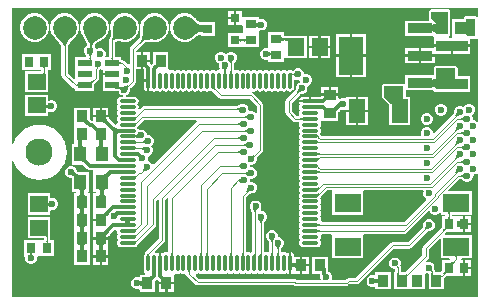
<source format=gtl>
G04*
G04 #@! TF.GenerationSoftware,Altium Limited,Altium Designer,25.1.2 (22)*
G04*
G04 Layer_Physical_Order=1*
G04 Layer_Color=255*
%FSLAX44Y44*%
%MOMM*%
G71*
G04*
G04 #@! TF.SameCoordinates,7ED34E8D-A4F8-468C-8B7F-49A99E5286A2*
G04*
G04*
G04 #@! TF.FilePolarity,Positive*
G04*
G01*
G75*
%ADD11C,0.2000*%
%ADD16R,2.1500X0.9000*%
%ADD17R,2.1500X3.2500*%
%ADD18R,0.7620X0.7620*%
%ADD19R,0.9000X1.0500*%
%ADD20R,0.8000X0.9500*%
%ADD21R,2.1800X1.6000*%
%ADD22R,2.7062X0.9542*%
%ADD23R,1.4000X2.0000*%
%ADD24R,1.0500X0.9000*%
%ADD25R,0.9500X0.8000*%
%ADD26R,1.4000X1.5000*%
%ADD27O,0.3000X1.4500*%
%ADD28O,1.4500X0.3000*%
%ADD29R,1.2000X0.6000*%
%ADD30R,1.5000X1.4000*%
%ADD31R,1.0500X1.3000*%
%ADD50C,0.1250*%
%ADD51C,0.3000*%
%ADD52C,0.5000*%
%ADD53C,2.0000*%
%ADD54C,2.3000*%
%ADD55C,0.6000*%
G36*
X397451Y240156D02*
X397068Y239886D01*
X396201Y239603D01*
X395780Y239884D01*
X395000Y240039D01*
X387000D01*
X386220Y239884D01*
X385558Y239442D01*
X385116Y238780D01*
X384961Y238000D01*
Y237500D01*
X375750D01*
Y223000D01*
X375096Y222021D01*
X373404D01*
X373135Y222423D01*
X373012Y223271D01*
X373442Y223558D01*
X373884Y224220D01*
X374039Y225000D01*
Y244000D01*
X373884Y244780D01*
X373442Y245442D01*
X372780Y245884D01*
X372000Y246039D01*
X358000D01*
X357220Y245884D01*
X356558Y245442D01*
X356116Y244780D01*
X355961Y244000D01*
Y238000D01*
X355961Y238000D01*
X356060Y237500D01*
X355563Y236593D01*
X355260Y236250D01*
X335751D01*
Y223250D01*
X359176D01*
X359220Y223242D01*
X359678Y223033D01*
X359719Y222021D01*
X359719Y221763D01*
Y216250D01*
X375250D01*
X390781D01*
Y220961D01*
X395000D01*
X395780Y221116D01*
X396201Y221397D01*
X397068Y221115D01*
X397451Y220844D01*
Y151388D01*
X396201Y150870D01*
X395832Y151239D01*
X394155Y151934D01*
X393995Y152000D01*
X393000Y153214D01*
Y153995D01*
X392239Y155832D01*
X392387Y156577D01*
X392832Y156761D01*
X394239Y158168D01*
X395000Y160005D01*
Y161995D01*
X394239Y163832D01*
X392832Y165239D01*
X390995Y166000D01*
X389005D01*
X387168Y165239D01*
X385761Y163832D01*
X384422Y163409D01*
X382995Y164000D01*
X381005D01*
X379168Y163239D01*
X377761Y161832D01*
X377000Y159995D01*
Y159199D01*
X376962Y159036D01*
X376940Y158336D01*
X376917Y158120D01*
X376883Y157920D01*
X376846Y157761D01*
X376809Y157645D01*
X376777Y157569D01*
X376770Y157555D01*
X360250Y141035D01*
X359000Y141553D01*
Y141995D01*
X358239Y143832D01*
X356832Y145239D01*
X354995Y146000D01*
X353005D01*
X351168Y145239D01*
X349761Y143832D01*
X349000Y141995D01*
Y140005D01*
X349176Y139579D01*
X348482Y138540D01*
X264511D01*
X264297Y139616D01*
X263539Y140750D01*
X264297Y141884D01*
X264569Y143250D01*
X264297Y144616D01*
X263539Y145750D01*
X264297Y146884D01*
X264569Y148250D01*
X264297Y149616D01*
X264195Y149768D01*
X264715Y151239D01*
X264750Y151250D01*
X264750Y151250D01*
X279250D01*
Y157933D01*
X279259Y157977D01*
X279250Y158021D01*
Y158995D01*
X279432Y159257D01*
X280137Y160090D01*
X281327Y161281D01*
X282005Y161000D01*
X283995D01*
X284750Y161313D01*
X285218Y161000D01*
X294000D01*
Y172000D01*
X286000D01*
Y171522D01*
X284750Y170687D01*
X283995Y171000D01*
X282005D01*
X280500Y170376D01*
X279250Y170954D01*
Y172750D01*
X272000D01*
X264750D01*
Y172297D01*
X264272Y171819D01*
X256250D01*
Y168250D01*
X255250D01*
Y167250D01*
X246130D01*
X246203Y166884D01*
X246961Y165750D01*
X246203Y164616D01*
X245931Y163250D01*
X246203Y161884D01*
X246961Y160750D01*
X246203Y159616D01*
X245931Y158250D01*
X246145Y157177D01*
X245454Y155926D01*
X243859D01*
X239676Y160109D01*
Y166891D01*
X246555Y173770D01*
X246569Y173777D01*
X246645Y173809D01*
X246761Y173846D01*
X246920Y173883D01*
X247093Y173912D01*
X247662Y173958D01*
X247991Y173961D01*
X248177Y174000D01*
X248995D01*
X250832Y174761D01*
X252239Y176168D01*
X253000Y178005D01*
Y179995D01*
X253701Y181293D01*
X254832Y181761D01*
X256239Y183168D01*
X257000Y185005D01*
Y186995D01*
X256239Y188832D01*
X254832Y190239D01*
X252995Y191000D01*
X251005D01*
X250000Y191672D01*
Y191995D01*
X249239Y193832D01*
X247832Y195239D01*
X245995Y196000D01*
X244005D01*
X242168Y195239D01*
X241463Y194534D01*
X240523Y193773D01*
X239366Y194547D01*
X238000Y194819D01*
X236634Y194547D01*
X235500Y193789D01*
X234366Y194547D01*
X233000Y194819D01*
X231634Y194547D01*
X230500Y193789D01*
X229366Y194547D01*
X228000Y194819D01*
X226634Y194547D01*
X225500Y193789D01*
X224366Y194547D01*
X223000Y194819D01*
X221634Y194547D01*
X220500Y193789D01*
X219366Y194547D01*
X218000Y194819D01*
X216634Y194547D01*
X215500Y193789D01*
X214366Y194547D01*
X213000Y194819D01*
X211634Y194547D01*
X210500Y193789D01*
X209366Y194547D01*
X208000Y194819D01*
X206634Y194547D01*
X205500Y193789D01*
X204366Y194547D01*
X203000Y194819D01*
X201634Y194547D01*
X200500Y193789D01*
X199366Y194547D01*
X198000Y194819D01*
X196634Y194547D01*
X195500Y193789D01*
X194366Y194547D01*
X193000Y194819D01*
X191926Y194605D01*
X190676Y195296D01*
Y200280D01*
X190681Y200295D01*
X190712Y200371D01*
X190769Y200480D01*
X190854Y200618D01*
X190956Y200761D01*
X191326Y201195D01*
X191557Y201431D01*
X191660Y201589D01*
X192239Y202168D01*
X193000Y204005D01*
Y205995D01*
X192239Y207832D01*
X190832Y209239D01*
X188995Y210000D01*
X187005D01*
X185168Y209239D01*
X184000Y208071D01*
X182832Y209239D01*
X180995Y210000D01*
X179005D01*
X177168Y209239D01*
X175761Y207832D01*
X175000Y205995D01*
Y204005D01*
X175761Y202168D01*
X177168Y200761D01*
X178447Y200231D01*
X178125Y199453D01*
Y197463D01*
X178755Y195943D01*
X178184Y194986D01*
X178000Y194819D01*
X176634Y194547D01*
X175500Y193789D01*
X174366Y194547D01*
X173000Y194819D01*
X171634Y194547D01*
X170500Y193789D01*
X169366Y194547D01*
X168000Y194819D01*
X166634Y194547D01*
X165500Y193789D01*
X164366Y194547D01*
X163000Y194819D01*
X161634Y194547D01*
X160500Y193789D01*
X159366Y194547D01*
X158000Y194819D01*
X156634Y194547D01*
X155500Y193789D01*
X154366Y194547D01*
X153000Y194819D01*
X151634Y194547D01*
X150500Y193789D01*
X149366Y194547D01*
X148000Y194819D01*
X146634Y194547D01*
X145500Y193789D01*
X144366Y194547D01*
X143000Y194819D01*
X141634Y194547D01*
X140500Y193789D01*
X139366Y194547D01*
X138000Y194819D01*
X136634Y194547D01*
X136189Y194249D01*
X135250Y195125D01*
Y209500D01*
X122250D01*
Y200161D01*
X121595Y199419D01*
X121463Y199339D01*
X120156Y199141D01*
X119250Y200047D01*
Y201250D01*
X113750D01*
Y195000D01*
X114203D01*
X114431Y194772D01*
Y191250D01*
Y186500D01*
X118000D01*
Y185500D01*
X119000D01*
Y176380D01*
X119366Y176453D01*
X120500Y177211D01*
X121634Y176453D01*
X123000Y176181D01*
X124366Y176453D01*
X125500Y177211D01*
X126634Y176453D01*
X128000Y176181D01*
X129366Y176453D01*
X130500Y177211D01*
X131634Y176453D01*
X133000Y176181D01*
X134366Y176453D01*
X135500Y177211D01*
X136634Y176453D01*
X138000Y176181D01*
X139366Y176453D01*
X140500Y177211D01*
X141634Y176453D01*
X143000Y176181D01*
X144366Y176453D01*
X145500Y177211D01*
X146634Y176453D01*
X148000Y176181D01*
X149366Y176453D01*
X150500Y177211D01*
X151634Y176453D01*
X153000Y176181D01*
X154366Y176453D01*
X155500Y177211D01*
X156634Y176453D01*
X158000Y176181D01*
X159366Y176453D01*
X160500Y177211D01*
X161634Y176453D01*
X163000Y176181D01*
X164366Y176453D01*
X165500Y177211D01*
X166634Y176453D01*
X168000Y176181D01*
X169366Y176453D01*
X170500Y177211D01*
X171634Y176453D01*
X172730Y176235D01*
X177857Y171108D01*
X177857Y171108D01*
X178726Y170527D01*
X179750Y170324D01*
X203891D01*
X210324Y163891D01*
Y158381D01*
X209854Y158143D01*
X209074Y157998D01*
X207832Y159239D01*
X205995Y160000D01*
X204155D01*
X204005Y160001D01*
X203000Y160937D01*
Y161995D01*
X202239Y163832D01*
X200832Y165239D01*
X198995Y166000D01*
X197005D01*
X195168Y165239D01*
X194929Y165000D01*
X194737Y164865D01*
X194475Y164692D01*
X193958Y164391D01*
X193782Y164303D01*
X193621Y164235D01*
X193499Y164192D01*
X193442Y164177D01*
X114750D01*
X113726Y163973D01*
X112858Y163393D01*
X112858Y163393D01*
X110881Y161416D01*
X110748Y161474D01*
X109850Y162153D01*
X110069Y163250D01*
X109797Y164616D01*
X109039Y165750D01*
X109797Y166884D01*
X110069Y168250D01*
X109797Y169616D01*
X109023Y170773D01*
X107866Y171547D01*
X106500Y171819D01*
X99160D01*
X98995Y173000D01*
X100832Y173761D01*
X102239Y175168D01*
X103000Y177005D01*
Y177801D01*
X103038Y177964D01*
X103061Y178664D01*
X103083Y178880D01*
X103117Y179081D01*
X103154Y179239D01*
X103191Y179356D01*
X103223Y179431D01*
X103230Y179445D01*
X106892Y183107D01*
X106892Y183107D01*
X107473Y183976D01*
X107676Y185000D01*
X107676Y185000D01*
Y195000D01*
X111750D01*
Y202250D01*
Y209500D01*
X107676D01*
Y210791D01*
X114185Y217300D01*
X114302Y217393D01*
X114600Y217551D01*
X115104Y217740D01*
X115800Y217928D01*
X116677Y218096D01*
X117687Y218233D01*
X121842Y218460D01*
X123502Y218461D01*
X123695Y218500D01*
X125180D01*
X128232Y219318D01*
X130968Y220898D01*
X133202Y223132D01*
X134782Y225868D01*
X135600Y228920D01*
Y232080D01*
X134782Y235132D01*
X133202Y237868D01*
X130968Y240102D01*
X128232Y241682D01*
X125180Y242500D01*
X122020D01*
X118968Y241682D01*
X116232Y240102D01*
X113998Y237868D01*
X112418Y235132D01*
X111600Y232080D01*
Y230607D01*
X111561Y230425D01*
X111521Y227199D01*
X111335Y224604D01*
X111196Y223577D01*
X111028Y222700D01*
X110840Y222003D01*
X110652Y221500D01*
X110493Y221202D01*
X110400Y221085D01*
X103108Y213792D01*
X102527Y212924D01*
X102324Y211900D01*
X102324Y211900D01*
Y199685D01*
X101776Y199320D01*
X101317Y199221D01*
X101074Y199212D01*
X97893Y202393D01*
X97024Y202973D01*
X96000Y203176D01*
X95500Y204231D01*
Y205500D01*
X90176D01*
Y218398D01*
X90350Y218472D01*
X90885Y218628D01*
X91539Y218750D01*
X92309Y218827D01*
X93165Y218852D01*
X95305Y218731D01*
X96156Y218624D01*
X96620Y218500D01*
X99780D01*
X102832Y219318D01*
X105568Y220898D01*
X107802Y223132D01*
X109382Y225868D01*
X110200Y228920D01*
Y232080D01*
X109382Y235132D01*
X107802Y237868D01*
X105568Y240102D01*
X102832Y241682D01*
X99780Y242500D01*
X96620D01*
X93568Y241682D01*
X90832Y240102D01*
X88598Y237868D01*
X87018Y235132D01*
X86200Y232080D01*
Y228920D01*
X86311Y228505D01*
X86523Y226460D01*
X86553Y225492D01*
X86527Y224608D01*
X86450Y223839D01*
X86328Y223185D01*
X86172Y222650D01*
X85993Y222231D01*
X85804Y221918D01*
X85649Y221734D01*
X85608Y221693D01*
X85583Y221656D01*
X85499Y221557D01*
X85417Y221407D01*
X85027Y220824D01*
X84824Y219800D01*
X84824Y219800D01*
Y205500D01*
X82501D01*
X81807Y206539D01*
X82000Y207005D01*
Y208995D01*
X81239Y210832D01*
X79832Y212239D01*
X77995Y213000D01*
X76005D01*
X75093Y212622D01*
X73539Y213160D01*
X73522Y213183D01*
X73501Y213213D01*
X73469Y213328D01*
X73353Y213557D01*
X73239Y213832D01*
X73187Y213884D01*
X73088Y214079D01*
X72822Y214670D01*
X72649Y215129D01*
X72704Y215305D01*
X72901Y215688D01*
X73229Y216148D01*
X73704Y216672D01*
X74334Y217244D01*
X75095Y217837D01*
X77167Y219167D01*
X78417Y219852D01*
X78549Y219963D01*
X80168Y220898D01*
X82402Y223132D01*
X83982Y225868D01*
X84800Y228920D01*
Y232080D01*
X83982Y235132D01*
X82402Y237868D01*
X80168Y240102D01*
X77432Y241682D01*
X74380Y242500D01*
X71220D01*
X68168Y241682D01*
X65432Y240102D01*
X63198Y237868D01*
X61618Y235132D01*
X60800Y232080D01*
Y228920D01*
X61618Y225868D01*
X62190Y224876D01*
X62236Y224725D01*
X62237Y224724D01*
X62237Y224724D01*
X62237Y224724D01*
X65578Y218481D01*
X66504Y216582D01*
X66168Y215239D01*
X64761Y213832D01*
X64000Y211995D01*
Y210005D01*
X64761Y208168D01*
X65324Y207605D01*
X65412Y207463D01*
X65892Y206952D01*
X66028Y206783D01*
X66051Y206750D01*
X65895Y206090D01*
X65785Y205857D01*
X65694Y205730D01*
X65552Y205577D01*
X65470Y205500D01*
X56500D01*
Y195500D01*
Y187178D01*
X55250Y186660D01*
X50076Y191834D01*
Y214509D01*
X50093Y214657D01*
X50192Y214980D01*
X50415Y215470D01*
X50775Y216095D01*
X51275Y216834D01*
X51893Y217645D01*
X54671Y220744D01*
X55842Y221917D01*
X55842Y221917D01*
X55842Y221917D01*
X55843Y221918D01*
X55953Y222082D01*
X57002Y223132D01*
X58582Y225868D01*
X59400Y228920D01*
Y232080D01*
X58582Y235132D01*
X57002Y237868D01*
X54768Y240102D01*
X52032Y241682D01*
X48980Y242500D01*
X45820D01*
X42768Y241682D01*
X40032Y240102D01*
X37798Y237868D01*
X36218Y235132D01*
X35400Y232080D01*
Y228920D01*
X36218Y225868D01*
X37798Y223132D01*
X38839Y222091D01*
X38940Y221935D01*
X41193Y219625D01*
X42897Y217658D01*
X43525Y216834D01*
X44025Y216095D01*
X44386Y215470D01*
X44608Y214980D01*
X44707Y214657D01*
X44724Y214509D01*
Y190725D01*
X44724Y190725D01*
X44927Y189701D01*
X45507Y188832D01*
X54732Y179608D01*
X54732Y179608D01*
X55601Y179027D01*
X56500Y178848D01*
Y176500D01*
X72500D01*
Y182706D01*
X72551Y182766D01*
X75893Y186107D01*
X75893Y186108D01*
X76473Y186976D01*
X76676Y188000D01*
Y194448D01*
X78250Y195100D01*
X78968Y194822D01*
X79500Y194481D01*
Y192000D01*
X87500D01*
Y190000D01*
X79500D01*
Y186000D01*
Y176500D01*
X89616D01*
X89875Y176449D01*
X93145D01*
X93190Y176381D01*
X93261Y176253D01*
X93370Y176014D01*
X93467Y175878D01*
X93761Y175168D01*
X95168Y173761D01*
X97005Y173000D01*
X96840Y171819D01*
X95000D01*
X93634Y171547D01*
X92477Y170773D01*
X91703Y169616D01*
X91431Y168250D01*
X91703Y166884D01*
X92461Y165750D01*
X91703Y164616D01*
X91431Y163250D01*
X91703Y161884D01*
X92461Y160750D01*
X91703Y159616D01*
X91431Y158250D01*
X91703Y156884D01*
X92461Y155750D01*
X91703Y154616D01*
X91431Y153250D01*
X91703Y151884D01*
X92461Y150750D01*
X91703Y149616D01*
X91540Y148795D01*
X91436Y148700D01*
X90243Y148303D01*
X86231Y152316D01*
X85242Y153441D01*
X84862Y153943D01*
X84583Y154367D01*
X84511Y154500D01*
X82347D01*
X82389Y154272D01*
X82559Y153826D01*
X82828Y153323D01*
X83196Y152765D01*
X83662Y152150D01*
X84890Y150753D01*
X85652Y149970D01*
X83219Y148159D01*
X82571Y148787D01*
X81423Y149765D01*
X80923Y150116D01*
X80474Y150374D01*
X80075Y150540D01*
X79725Y150614D01*
X79426Y150595D01*
X79177Y150484D01*
X78977Y150281D01*
X81929Y154500D01*
X78000D01*
X71500D01*
Y152171D01*
X70757Y151561D01*
X70236D01*
X69519Y152278D01*
X69033Y152801D01*
X68698Y153219D01*
X68500Y153505D01*
Y154479D01*
X68509Y154523D01*
X68500Y154567D01*
Y162750D01*
X55500D01*
Y148500D01*
X55500Y148250D01*
X55500D01*
X55500Y147250D01*
X55500D01*
Y134815D01*
X55491Y134770D01*
X55500Y134727D01*
Y132750D01*
X55500D01*
X55506Y132737D01*
X54780Y131500D01*
X53250D01*
Y114500D01*
X62504D01*
X62747Y114330D01*
X63582Y113622D01*
X66477Y110727D01*
X67634Y109953D01*
X69000Y109681D01*
X71584D01*
X71750Y108500D01*
X71750D01*
Y91500D01*
X73245D01*
X73609Y90875D01*
X73245Y90250D01*
X71500D01*
Y75750D01*
X71500Y75750D01*
Y74750D01*
X71500D01*
X71500Y74500D01*
Y68500D01*
X78000D01*
Y66500D01*
X71500D01*
Y60250D01*
X71500Y60250D01*
Y59250D01*
X71500D01*
X71500Y59000D01*
Y53000D01*
X78000D01*
X82446D01*
X78227Y57220D01*
X78460Y57050D01*
X78736Y56965D01*
X79054D01*
X79415Y57050D01*
X79818Y57220D01*
X80263Y57474D01*
X80751Y57814D01*
X81282Y58238D01*
X82470Y59341D01*
X84591Y57220D01*
X83997Y56604D01*
X83063Y55501D01*
X82724Y55013D01*
X82470Y54568D01*
X82300Y54165D01*
X82215Y53804D01*
Y53486D01*
X82300Y53210D01*
X82453Y53000D01*
X84504D01*
X84500Y53021D01*
Y53995D01*
X84682Y54257D01*
X85387Y55090D01*
X89408Y59111D01*
X90501Y59064D01*
X91431Y58250D01*
X91703Y56884D01*
X92461Y55750D01*
X91703Y54616D01*
X91431Y53250D01*
X91703Y51884D01*
X92461Y50750D01*
X91703Y49616D01*
X91431Y48250D01*
X91703Y46884D01*
X92477Y45727D01*
X93634Y44953D01*
X95000Y44681D01*
X106500D01*
X107866Y44953D01*
X109023Y45727D01*
X109797Y46884D01*
X110015Y47980D01*
X123892Y61858D01*
X124473Y62726D01*
X124677Y63750D01*
X124676Y63750D01*
Y83891D01*
X126074Y85288D01*
X127324Y84771D01*
Y52109D01*
X116108Y40893D01*
X115527Y40024D01*
X115336Y39063D01*
X114703Y38116D01*
X114431Y36750D01*
Y25250D01*
X114703Y23884D01*
X115477Y22727D01*
X115816Y22500D01*
X115437Y21250D01*
X111000D01*
Y19672D01*
X109994Y19000D01*
X108005D01*
X106168Y18239D01*
X104761Y16832D01*
X104000Y14995D01*
Y13005D01*
X104761Y11168D01*
X106168Y9761D01*
X108005Y9000D01*
X109994D01*
X111000Y8328D01*
Y6750D01*
X124000D01*
Y16203D01*
X125500Y17703D01*
X127000Y16203D01*
Y15000D01*
X133500D01*
Y14000D01*
D01*
Y15000D01*
X140000D01*
Y21250D01*
X140000Y21250D01*
X140000D01*
X140998Y21987D01*
X141341Y22149D01*
X141634Y21953D01*
X143000Y21681D01*
X144366Y21953D01*
X145500Y22711D01*
X146634Y21953D01*
X148000Y21681D01*
X149074Y21895D01*
X149457Y21889D01*
X150462Y21182D01*
X150527Y20851D01*
X151108Y19983D01*
X158107Y12983D01*
X158108Y12982D01*
X158976Y12402D01*
X160000Y12199D01*
X160000Y12199D01*
X240928D01*
X241745Y11652D01*
X242769Y11449D01*
X242770Y11449D01*
X286231D01*
X286231Y11449D01*
X287255Y11652D01*
X288123Y12232D01*
X289089Y13199D01*
X294875D01*
X294875Y13199D01*
X295899Y13402D01*
X296768Y13982D01*
X326109Y43324D01*
X339000D01*
X339000Y43324D01*
X340024Y43527D01*
X340892Y44107D01*
X354555Y57770D01*
X354569Y57777D01*
X354645Y57809D01*
X354761Y57846D01*
X354920Y57883D01*
X355093Y57912D01*
X355662Y57958D01*
X355991Y57961D01*
X356177Y58000D01*
X356995D01*
X358832Y58761D01*
X360239Y60168D01*
X361000Y62005D01*
Y63995D01*
X360239Y65832D01*
X358832Y67239D01*
X356995Y68000D01*
X355005D01*
X353168Y67239D01*
X351761Y65832D01*
X351000Y63995D01*
Y63199D01*
X350962Y63036D01*
X350939Y62336D01*
X350916Y62120D01*
X350883Y61919D01*
X350846Y61761D01*
X350809Y61645D01*
X350777Y61569D01*
X350770Y61555D01*
X337891Y48676D01*
X325000D01*
X325000Y48677D01*
X323976Y48473D01*
X323107Y47892D01*
X323107Y47892D01*
X293766Y18551D01*
X287981D01*
X286957Y18348D01*
X286088Y17768D01*
X286088Y17767D01*
X285122Y16801D01*
X274626D01*
X273932Y17841D01*
X274000Y18005D01*
Y19994D01*
X273239Y21832D01*
X271832Y23239D01*
X270319Y23866D01*
Y26250D01*
X270250Y26595D01*
Y36500D01*
X257250D01*
Y22000D01*
X263194D01*
X263453Y20696D01*
X264000Y19878D01*
Y18005D01*
X264068Y17841D01*
X263374Y16801D01*
X243861D01*
X243043Y17348D01*
X242019Y17551D01*
X242019Y17551D01*
X161109D01*
X158195Y20465D01*
X158623Y21805D01*
X159366Y21953D01*
X160500Y22711D01*
X161634Y21953D01*
X163000Y21681D01*
X164366Y21953D01*
X165500Y22711D01*
X166634Y21953D01*
X168000Y21681D01*
X169366Y21953D01*
X170500Y22711D01*
X171634Y21953D01*
X173000Y21681D01*
X174366Y21953D01*
X175500Y22711D01*
X176634Y21953D01*
X178000Y21681D01*
X179366Y21953D01*
X180500Y22711D01*
X181634Y21953D01*
X183000Y21681D01*
X184366Y21953D01*
X185500Y22711D01*
X186634Y21953D01*
X188000Y21681D01*
X189366Y21953D01*
X190500Y22711D01*
X191634Y21953D01*
X193000Y21681D01*
X194366Y21953D01*
X195500Y22711D01*
X196634Y21953D01*
X198000Y21681D01*
X199366Y21953D01*
X200500Y22711D01*
X201634Y21953D01*
X203000Y21681D01*
X204366Y21953D01*
X205500Y22711D01*
X206634Y21953D01*
X208000Y21681D01*
X209366Y21953D01*
X210500Y22711D01*
X211634Y21953D01*
X213000Y21681D01*
X214366Y21953D01*
X215500Y22711D01*
X216634Y21953D01*
X218000Y21681D01*
X219366Y21953D01*
X220500Y22711D01*
X221634Y21953D01*
X223000Y21681D01*
X224366Y21953D01*
X225500Y22711D01*
X226634Y21953D01*
X228000Y21681D01*
X229366Y21953D01*
X230500Y22711D01*
X231634Y21953D01*
X233000Y21681D01*
X234366Y21953D01*
X235500Y22711D01*
X236634Y21953D01*
X237000Y21880D01*
Y31000D01*
Y40120D01*
X236634Y40047D01*
X235500Y39289D01*
X234366Y40047D01*
X233000Y40319D01*
X231926Y40105D01*
X230676Y40796D01*
Y43280D01*
X230681Y43295D01*
X230712Y43371D01*
X230769Y43480D01*
X230854Y43618D01*
X230956Y43761D01*
X231326Y44195D01*
X231557Y44431D01*
X231660Y44589D01*
X232239Y45168D01*
X233000Y47005D01*
Y48995D01*
X232239Y50832D01*
X230832Y52239D01*
X229155Y52934D01*
X228995Y53000D01*
X228000Y54214D01*
Y54995D01*
X227239Y56832D01*
X225832Y58239D01*
X223995Y59000D01*
X222005D01*
X220168Y58239D01*
X218761Y56832D01*
X218000Y54995D01*
Y53005D01*
X218761Y51168D01*
X219324Y50605D01*
X219412Y50463D01*
X219892Y49952D01*
X220028Y49783D01*
X220146Y49618D01*
X220231Y49480D01*
X220288Y49371D01*
X220319Y49295D01*
X220324Y49280D01*
Y40796D01*
X219074Y40105D01*
X218000Y40319D01*
X217261Y40172D01*
X216011Y41020D01*
Y65180D01*
X216023Y65198D01*
X216073Y65261D01*
X216156Y65347D01*
X216278Y65453D01*
X216440Y65575D01*
X216537Y65639D01*
X216832Y65761D01*
X218239Y67168D01*
X219000Y69005D01*
Y70995D01*
X218239Y72832D01*
X216832Y74239D01*
X214995Y75000D01*
X213839D01*
X213239Y76168D01*
X214000Y78005D01*
Y79995D01*
X213239Y81832D01*
X211832Y83239D01*
X209995Y84000D01*
X208005D01*
X206168Y83239D01*
X204761Y81832D01*
X204000Y79995D01*
Y78005D01*
X204761Y76168D01*
X204927Y76002D01*
X205156Y75625D01*
X205293Y75378D01*
X205533Y74878D01*
X205596Y74720D01*
X205641Y74584D01*
X205658Y74516D01*
Y40686D01*
X204408Y40018D01*
X204366Y40047D01*
X203000Y40319D01*
X201926Y40105D01*
X200676Y40796D01*
Y86891D01*
X203555Y89770D01*
X203569Y89777D01*
X203645Y89809D01*
X203761Y89846D01*
X203920Y89883D01*
X204093Y89912D01*
X204662Y89958D01*
X204991Y89961D01*
X205177Y90000D01*
X205995D01*
X207832Y90761D01*
X209239Y92168D01*
X210000Y94005D01*
Y95995D01*
X209239Y97832D01*
X207832Y99239D01*
X205995Y100000D01*
X205155D01*
X204005Y100005D01*
X204001Y101000D01*
X204005Y101995D01*
X205155Y102000D01*
X205995D01*
X207832Y102761D01*
X209239Y104168D01*
X210000Y106005D01*
Y107995D01*
X209239Y109832D01*
X207832Y111239D01*
X205995Y112000D01*
X205155D01*
X204005Y112005D01*
X204001Y113000D01*
X204005Y113995D01*
X205155Y114000D01*
X205995D01*
X207832Y114761D01*
X209239Y116168D01*
X210000Y118005D01*
Y118801D01*
X210038Y118964D01*
X210061Y119664D01*
X210084Y119880D01*
X210117Y120080D01*
X210154Y120239D01*
X210191Y120356D01*
X210223Y120431D01*
X210230Y120445D01*
X214893Y125107D01*
X214893Y125107D01*
X215473Y125976D01*
X215676Y127000D01*
X215676Y127000D01*
Y165000D01*
X215676Y165000D01*
X215473Y166024D01*
X214893Y166893D01*
X214893Y166893D01*
X206893Y174893D01*
X206392Y175227D01*
X206880Y176404D01*
X208000Y176181D01*
X209366Y176453D01*
X210500Y177211D01*
X211634Y176453D01*
X213000Y176181D01*
X214366Y176453D01*
X215500Y177211D01*
X216634Y176453D01*
X218000Y176181D01*
X219366Y176453D01*
X220500Y177211D01*
X221634Y176453D01*
X223000Y176181D01*
X224366Y176453D01*
X225500Y177211D01*
X226634Y176453D01*
X228000Y176181D01*
X229366Y176453D01*
X230500Y177211D01*
X231634Y176453D01*
X233000Y176181D01*
X234366Y176453D01*
X235500Y177211D01*
X236634Y176453D01*
X238000Y176181D01*
X239366Y176453D01*
X240523Y177227D01*
X241297Y178384D01*
X241569Y179750D01*
Y185727D01*
X242819Y186492D01*
X244005Y186000D01*
X245994D01*
X247000Y185328D01*
Y185005D01*
X246299Y183707D01*
X245168Y183239D01*
X243761Y181832D01*
X243000Y179995D01*
Y179199D01*
X242962Y179036D01*
X242939Y178335D01*
X242917Y178120D01*
X242883Y177920D01*
X242846Y177761D01*
X242809Y177645D01*
X242777Y177569D01*
X242770Y177555D01*
X235107Y169893D01*
X234527Y169024D01*
X234324Y168000D01*
X234324Y168000D01*
Y159000D01*
X234324Y159000D01*
X234527Y157976D01*
X235107Y157107D01*
X240857Y151358D01*
X240858Y151357D01*
X241726Y150777D01*
X242750Y150574D01*
X245454D01*
X246145Y149324D01*
X245931Y148250D01*
X246203Y146884D01*
X246961Y145750D01*
X246203Y144616D01*
X245931Y143250D01*
X246203Y141884D01*
X246961Y140750D01*
X246203Y139616D01*
X245931Y138250D01*
X246203Y136884D01*
X246961Y135750D01*
X246203Y134616D01*
X245931Y133250D01*
X246203Y131884D01*
X246961Y130750D01*
X246203Y129616D01*
X245931Y128250D01*
X246203Y126884D01*
X246961Y125750D01*
X246203Y124616D01*
X245931Y123250D01*
X246203Y121884D01*
X246961Y120750D01*
X246203Y119616D01*
X245931Y118250D01*
X246203Y116884D01*
X246961Y115750D01*
X246203Y114616D01*
X245931Y113250D01*
X246203Y111884D01*
X246961Y110750D01*
X246203Y109616D01*
X245931Y108250D01*
X246203Y106884D01*
X246961Y105750D01*
X246203Y104616D01*
X245931Y103250D01*
X246203Y101884D01*
X246961Y100750D01*
X246203Y99616D01*
X245931Y98250D01*
X246203Y96884D01*
X246961Y95750D01*
X246203Y94616D01*
X245931Y93250D01*
X246203Y91884D01*
X246961Y90750D01*
X246203Y89616D01*
X245931Y88250D01*
X246203Y86884D01*
X246961Y85750D01*
X246203Y84616D01*
X245931Y83250D01*
X246203Y81884D01*
X246961Y80750D01*
X246203Y79616D01*
X245931Y78250D01*
X246203Y76884D01*
X246961Y75750D01*
X246203Y74616D01*
X245931Y73250D01*
X246203Y71884D01*
X246961Y70750D01*
X246203Y69616D01*
X245931Y68250D01*
X246203Y66884D01*
X246961Y65750D01*
X246203Y64616D01*
X245931Y63250D01*
X246203Y61884D01*
X246961Y60750D01*
X246203Y59616D01*
X245931Y58250D01*
X246203Y56884D01*
X246961Y55750D01*
X246203Y54616D01*
X245931Y53250D01*
X246203Y51884D01*
X246961Y50750D01*
X246203Y49616D01*
X245931Y48250D01*
X246203Y46884D01*
X246977Y45727D01*
X248134Y44953D01*
X249500Y44681D01*
X261000D01*
X262366Y44953D01*
X263523Y45727D01*
X264297Y46884D01*
X264569Y48250D01*
X264297Y49616D01*
X263539Y50750D01*
X264297Y51884D01*
X264569Y53250D01*
X264355Y54324D01*
X265046Y55574D01*
X273088D01*
X274100Y55000D01*
X274100Y54324D01*
Y35000D01*
X299900D01*
Y54324D01*
X299900Y55000D01*
X300912Y55574D01*
X334555D01*
X334555Y55574D01*
X335579Y55777D01*
X336447Y56357D01*
X355233Y75142D01*
X356458Y74899D01*
X356761Y74168D01*
X358168Y72761D01*
X360005Y72000D01*
X361995D01*
X363832Y72761D01*
X364850Y73779D01*
X366100Y73261D01*
Y72000D01*
X369824D01*
Y70750D01*
X366500D01*
Y61044D01*
X366449Y60984D01*
X351107Y45643D01*
X350527Y44774D01*
X350324Y43750D01*
X350324Y43750D01*
Y37859D01*
X335812Y23347D01*
X335714Y23256D01*
X335702Y23259D01*
X335658Y23250D01*
X332176D01*
Y27593D01*
X332176Y27593D01*
X331973Y28617D01*
X331698Y29028D01*
X332000Y29755D01*
Y31745D01*
X331239Y33582D01*
X329832Y34989D01*
X327995Y35750D01*
X326005D01*
X324168Y34989D01*
X322761Y33582D01*
X322000Y31745D01*
Y29755D01*
X322761Y27918D01*
X324168Y26511D01*
X326005Y25750D01*
X326824D01*
Y23250D01*
X326500D01*
Y21287D01*
X326492Y21247D01*
X326500Y21201D01*
Y8750D01*
X338250D01*
X339500Y8750D01*
Y8750D01*
X339500D01*
Y8750D01*
X352500D01*
Y21728D01*
X353750Y22563D01*
X354505Y22250D01*
X354761D01*
X355491Y21247D01*
X355500Y21201D01*
Y8750D01*
X368500D01*
Y18465D01*
X370200Y20165D01*
X370291Y20250D01*
X378250D01*
X378500Y20250D01*
Y20250D01*
X379500D01*
Y20250D01*
X384500D01*
Y27000D01*
Y33750D01*
X383022D01*
X383895Y35000D01*
X391900D01*
Y55000D01*
X369668D01*
X369190Y56155D01*
X370200Y57165D01*
X370291Y57250D01*
X378250D01*
X378500Y57250D01*
X379500D01*
X379750Y57250D01*
X384500D01*
Y64000D01*
Y70750D01*
X379750D01*
X379500Y70750D01*
X378500D01*
X378250Y70750D01*
X375176D01*
Y72000D01*
X391900D01*
Y92000D01*
X372867D01*
X372388Y93155D01*
X381557Y102324D01*
X383280D01*
X383295Y102319D01*
X383371Y102288D01*
X383480Y102231D01*
X383618Y102146D01*
X383761Y102044D01*
X384195Y101674D01*
X384431Y101443D01*
X384590Y101340D01*
X385168Y100761D01*
X387005Y100000D01*
X388995D01*
X390832Y100761D01*
X392239Y102168D01*
X393000Y104005D01*
Y104786D01*
X393995Y106000D01*
X394155Y106066D01*
X395832Y106761D01*
X396201Y107130D01*
X397451Y106612D01*
Y2549D01*
X2549D01*
Y117908D01*
X3799Y118094D01*
X4416Y116060D01*
X6575Y112021D01*
X9480Y108480D01*
X13020Y105575D01*
X17060Y103416D01*
X21442Y102086D01*
X26000Y101637D01*
X30558Y102086D01*
X34940Y103416D01*
X38979Y105575D01*
X42520Y108480D01*
X45425Y112021D01*
X47584Y116060D01*
X48914Y120442D01*
X49363Y125000D01*
X48914Y129558D01*
X47584Y133940D01*
X45425Y137979D01*
X42520Y141520D01*
X38979Y144425D01*
X34940Y146584D01*
X30558Y147914D01*
X26000Y148363D01*
X21442Y147914D01*
X17060Y146584D01*
X13020Y144425D01*
X9480Y141520D01*
X6575Y137979D01*
X4416Y133940D01*
X3799Y131906D01*
X2549Y132092D01*
Y247451D01*
X397451D01*
Y240156D01*
D02*
G37*
G36*
X372000Y225000D02*
X362000D01*
Y227349D01*
X361781Y227317D01*
Y225030D01*
X361730Y225500D01*
X361581Y225919D01*
X361330Y226290D01*
X360980Y226611D01*
X360531Y226883D01*
X360430Y226923D01*
X360020Y226701D01*
X359670Y226413D01*
X359420Y226080D01*
X359270Y225702D01*
X359220Y225281D01*
Y227296D01*
X358581Y227401D01*
X357730Y227475D01*
X356781Y227500D01*
Y232500D01*
X357730Y232525D01*
X358581Y232600D01*
X359220Y232707D01*
Y234220D01*
X359270Y233893D01*
X359420Y233601D01*
X359670Y233343D01*
X360020Y233119D01*
X360265Y233016D01*
X360531Y233125D01*
X360980Y233400D01*
X361330Y233725D01*
X361581Y234100D01*
X361664Y234336D01*
X358000Y238000D01*
Y244000D01*
X372000D01*
Y225000D01*
D02*
G37*
G36*
X395000Y223000D02*
X389000D01*
X387000Y225000D01*
X386000D01*
Y235000D01*
X387000Y236000D01*
Y238000D01*
X395000D01*
Y223000D01*
D02*
G37*
G36*
X96770Y220603D02*
X95489Y220763D01*
X93193Y220893D01*
X92177Y220863D01*
X91250Y220770D01*
X90411Y220614D01*
X89661Y220395D01*
X89000Y220112D01*
X88427Y219767D01*
X87942Y219358D01*
X87058Y220242D01*
X87467Y220727D01*
X87812Y221300D01*
X88095Y221961D01*
X88314Y222711D01*
X88470Y223550D01*
X88563Y224477D01*
X88593Y225493D01*
X88559Y226597D01*
X88303Y229070D01*
X96770Y220603D01*
D02*
G37*
G36*
X123500Y220501D02*
X121786Y220499D01*
X117494Y220265D01*
X116347Y220110D01*
X115343Y219916D01*
X114480Y219684D01*
X113758Y219414D01*
X113179Y219105D01*
X112742Y218758D01*
X111858Y219642D01*
X112205Y220079D01*
X112514Y220658D01*
X112784Y221380D01*
X113016Y222243D01*
X113210Y223247D01*
X113365Y224394D01*
X113559Y227113D01*
X113601Y230400D01*
X123500Y220501D01*
D02*
G37*
G36*
X53189Y222145D02*
X50320Y218945D01*
X49619Y218024D01*
X49045Y217177D01*
X48599Y216403D01*
X48280Y215702D01*
X48089Y215074D01*
X48025Y214520D01*
X46775D01*
X46711Y215074D01*
X46520Y215702D01*
X46201Y216403D01*
X45755Y217177D01*
X45181Y218024D01*
X44480Y218945D01*
X42695Y221005D01*
X40400Y223359D01*
X54400D01*
X53189Y222145D01*
D02*
G37*
G36*
X77436Y221640D02*
X76125Y220921D01*
X73916Y219504D01*
X73019Y218805D01*
X72259Y218114D01*
X71638Y217429D01*
X71155Y216752D01*
X70810Y216081D01*
X70603Y215417D01*
X70566Y215063D01*
X70578Y214982D01*
X70634Y214746D01*
X70712Y214486D01*
X70936Y213892D01*
X71248Y213198D01*
X71650Y212406D01*
X67648Y213678D01*
X67959Y213848D01*
X68237Y214027D01*
X68482Y214215D01*
X68695Y214412D01*
X68875Y214618D01*
X69022Y214834D01*
X69137Y215058D01*
X69218Y215292D01*
X69238Y215387D01*
X69231Y215422D01*
X69074Y215876D01*
X68811Y216502D01*
X67394Y219410D01*
X64034Y225687D01*
X77436Y221640D01*
D02*
G37*
G36*
X70820Y208571D02*
X70348Y208017D01*
X70156Y207749D01*
X69994Y207487D01*
X69861Y207231D01*
X69758Y206980D01*
X69684Y206736D01*
X69640Y206498D01*
X69625Y206266D01*
X68375D01*
X68360Y206498D01*
X68316Y206736D01*
X68242Y206980D01*
X68139Y207231D01*
X68006Y207487D01*
X67844Y207749D01*
X67652Y208017D01*
X67431Y208291D01*
X66900Y208858D01*
X71100D01*
X70820Y208571D01*
D02*
G37*
G36*
X88131Y204476D02*
X88150Y204258D01*
X88181Y204067D01*
X88225Y203900D01*
X88281Y203759D01*
X88350Y203644D01*
X88431Y203554D01*
X88525Y203490D01*
X88631Y203452D01*
X88750Y203439D01*
X86250D01*
X86369Y203452D01*
X86475Y203490D01*
X86569Y203554D01*
X86650Y203644D01*
X86719Y203759D01*
X86775Y203900D01*
X86819Y204067D01*
X86850Y204258D01*
X86869Y204476D01*
X86875Y204720D01*
X88125D01*
X88131Y204476D01*
D02*
G37*
G36*
X69631D02*
X69650Y204258D01*
X69681Y204067D01*
X69725Y203900D01*
X69781Y203759D01*
X69850Y203644D01*
X69931Y203554D01*
X70025Y203490D01*
X70131Y203452D01*
X70250Y203439D01*
X67750D01*
X67869Y203452D01*
X67975Y203490D01*
X68069Y203554D01*
X68150Y203644D01*
X68219Y203759D01*
X68275Y203900D01*
X68319Y204067D01*
X68350Y204258D01*
X68369Y204476D01*
X68375Y204720D01*
X69625D01*
X69631Y204476D01*
D02*
G37*
G36*
X189820Y202571D02*
X189348Y202017D01*
X189156Y201749D01*
X188994Y201487D01*
X188861Y201231D01*
X188758Y200980D01*
X188684Y200736D01*
X188640Y200498D01*
X188625Y200266D01*
X187375D01*
X187360Y200498D01*
X187316Y200736D01*
X187242Y200980D01*
X187139Y201231D01*
X187006Y201487D01*
X186844Y201749D01*
X186652Y202017D01*
X186431Y202291D01*
X185900Y202858D01*
X190100D01*
X189820Y202571D01*
D02*
G37*
G36*
X93452Y201631D02*
X93490Y201525D01*
X93554Y201431D01*
X93644Y201350D01*
X93759Y201281D01*
X93900Y201225D01*
X94066Y201181D01*
X94258Y201150D01*
X94476Y201131D01*
X94719Y201125D01*
Y199875D01*
X94476Y199869D01*
X94258Y199850D01*
X94066Y199819D01*
X93900Y199775D01*
X93759Y199719D01*
X93644Y199650D01*
X93554Y199569D01*
X93490Y199475D01*
X93452Y199369D01*
X93439Y199250D01*
Y201750D01*
X93452Y201631D01*
D02*
G37*
G36*
X130414Y201354D02*
X128115Y198743D01*
X125671Y200543D01*
X125897Y200778D01*
X126250Y201215D01*
X126379Y201416D01*
X126475Y201606D01*
X126539Y201785D01*
X126571Y201952D01*
X126570Y202107D01*
X126538Y202251D01*
X126473Y202384D01*
X130414Y201354D01*
D02*
G37*
G36*
X126841Y197031D02*
X126776Y197049D01*
X126669Y197016D01*
X126519Y196932D01*
X126326Y196797D01*
X126091Y196610D01*
X125132Y195743D01*
X124281Y194909D01*
X122159Y197031D01*
X122602Y197477D01*
X124182Y199269D01*
X124266Y199419D01*
X124299Y199526D01*
X124281Y199591D01*
X126841Y197031D01*
D02*
G37*
G36*
X188631Y193500D02*
X188679Y192910D01*
X188721Y192671D01*
X188775Y192468D01*
X188841Y192302D01*
X188919Y192173D01*
X189009Y192081D01*
X189111Y192026D01*
X189225Y192007D01*
X186775D01*
X186889Y192026D01*
X186991Y192081D01*
X187081Y192173D01*
X187159Y192302D01*
X187225Y192468D01*
X187279Y192671D01*
X187321Y192910D01*
X187351Y193186D01*
X187375Y193850D01*
X188625D01*
X188631Y193500D01*
D02*
G37*
G36*
X185180Y196272D02*
X184896Y195994D01*
X184419Y195452D01*
X184225Y195189D01*
X184061Y194930D01*
X183926Y194677D01*
X183822Y194428D01*
X183747Y194184D01*
X183702Y193945D01*
X183689Y193732D01*
X183694Y193466D01*
X183741Y192885D01*
X183783Y192644D01*
X183837Y192438D01*
X183903Y192265D01*
X183981Y192127D01*
X184071Y192022D01*
X184173Y191951D01*
X184287Y191914D01*
X181941Y192309D01*
X182035Y192385D01*
X182119Y192479D01*
X182194Y192591D01*
X182259Y192721D01*
X182313Y192870D01*
X182358Y193036D01*
X182393Y193222D01*
X182418Y193425D01*
X182432Y193647D01*
X182435Y193775D01*
X182423Y193968D01*
X182379Y194205D01*
X182306Y194450D01*
X182204Y194701D01*
X182073Y194960D01*
X181913Y195226D01*
X181724Y195499D01*
X181505Y195779D01*
X180981Y196360D01*
X185180Y196272D01*
D02*
G37*
G36*
X242993Y188770D02*
X242683Y189039D01*
X242090Y189493D01*
X241808Y189677D01*
X241535Y189833D01*
X241272Y189961D01*
X241018Y190060D01*
X240773Y190131D01*
X240538Y190173D01*
X240458Y190178D01*
X240266Y190163D01*
X240067Y190131D01*
X239896Y190088D01*
X239754Y190031D01*
X239640Y189963D01*
X239555Y189881D01*
X239497Y189788D01*
X239468Y189681D01*
X239468Y189562D01*
X239199Y192046D01*
X239226Y191930D01*
X239281Y191827D01*
X239363Y191735D01*
X239473Y191656D01*
X239610Y191590D01*
X239775Y191535D01*
X239968Y191492D01*
X240188Y191462D01*
X240385Y191447D01*
X240469Y191453D01*
X240710Y191499D01*
X240953Y191575D01*
X241199Y191681D01*
X241447Y191819D01*
X241698Y191986D01*
X241952Y192185D01*
X242209Y192413D01*
X242468Y192672D01*
X242731Y192962D01*
X242993Y188770D01*
D02*
G37*
G36*
X71353Y184470D02*
X71103Y184210D01*
X70708Y183747D01*
X70563Y183543D01*
X70454Y183357D01*
X70381Y183189D01*
X70342Y183040D01*
X70339Y182909D01*
X70371Y182796D01*
X70439Y182702D01*
X68702Y184439D01*
X68796Y184371D01*
X68909Y184339D01*
X69040Y184342D01*
X69189Y184380D01*
X69357Y184454D01*
X69543Y184563D01*
X69747Y184708D01*
X69970Y184888D01*
X70469Y185353D01*
X71353Y184470D01*
D02*
G37*
G36*
X58531Y180250D02*
X58518Y180369D01*
X58481Y180475D01*
X58418Y180569D01*
X58330Y180650D01*
X58218Y180719D01*
X58081Y180775D01*
X57918Y180819D01*
X57730Y180850D01*
X57518Y180869D01*
X57281Y180875D01*
Y182125D01*
X57518Y182131D01*
X57730Y182150D01*
X57918Y182181D01*
X58081Y182225D01*
X58218Y182281D01*
X58330Y182350D01*
X58418Y182431D01*
X58481Y182525D01*
X58518Y182631D01*
X58531Y182750D01*
Y180250D01*
D02*
G37*
G36*
X95226Y176857D02*
X95085Y177169D01*
X94930Y177448D01*
X94763Y177695D01*
X94584Y177908D01*
X94392Y178089D01*
X94187Y178237D01*
X93969Y178352D01*
X93740Y178434D01*
X93497Y178484D01*
X93242Y178500D01*
X93461Y179026D01*
X93439Y180375D01*
X93454Y180256D01*
X93494Y180150D01*
X93559Y180056D01*
X93649Y179975D01*
X93764Y179906D01*
X93905Y179850D01*
X94071Y179806D01*
X94143Y179795D01*
X94349Y179840D01*
X94895Y180000D01*
X95564Y180240D01*
X96801Y180750D01*
X95226Y176857D01*
D02*
G37*
G36*
X101790Y180906D02*
X101636Y180731D01*
X101499Y180531D01*
X101378Y180306D01*
X101274Y180057D01*
X101187Y179782D01*
X101116Y179481D01*
X101062Y179156D01*
X101025Y178806D01*
X101000Y178030D01*
X98030Y181000D01*
X98431Y181004D01*
X99156Y181062D01*
X99481Y181116D01*
X99782Y181187D01*
X100057Y181274D01*
X100307Y181378D01*
X100531Y181499D01*
X100731Y181636D01*
X100906Y181789D01*
X101790Y180906D01*
D02*
G37*
G36*
X174396Y179929D02*
X174359Y179821D01*
X174355Y179697D01*
X174386Y179556D01*
X174450Y179398D01*
X174548Y179223D01*
X174680Y179031D01*
X174846Y178822D01*
X175046Y178596D01*
X175280Y178354D01*
X174396Y177470D01*
X174147Y177710D01*
X173700Y178090D01*
X173502Y178228D01*
X173321Y178333D01*
X173157Y178404D01*
X173010Y178441D01*
X172879Y178444D01*
X172766Y178413D01*
X172670Y178349D01*
X174468Y180019D01*
X174396Y179929D01*
D02*
G37*
G36*
X247970Y176000D02*
X247570Y175996D01*
X246844Y175938D01*
X246519Y175884D01*
X246218Y175813D01*
X245944Y175726D01*
X245693Y175622D01*
X245469Y175501D01*
X245269Y175364D01*
X245094Y175210D01*
X244210Y176094D01*
X244364Y176269D01*
X244501Y176469D01*
X244622Y176693D01*
X244726Y176943D01*
X244813Y177218D01*
X244884Y177519D01*
X244938Y177844D01*
X244975Y178194D01*
X245000Y178970D01*
X247970Y176000D01*
D02*
G37*
G36*
X281559Y163368D02*
X281416Y163428D01*
X281262Y163457D01*
X281099Y163453D01*
X280925Y163419D01*
X280741Y163352D01*
X280546Y163254D01*
X280342Y163125D01*
X280127Y162963D01*
X279902Y162771D01*
X279667Y162546D01*
X277796Y164917D01*
X280296Y167300D01*
X281559Y163368D01*
D02*
G37*
G36*
X279341Y162220D02*
X278747Y161604D01*
X277813Y160501D01*
X277474Y160013D01*
X277220Y159568D01*
X277050Y159165D01*
X276965Y158804D01*
Y158486D01*
X277050Y158210D01*
X277220Y157977D01*
X272977Y162220D01*
X273210Y162050D01*
X273486Y161965D01*
X273804D01*
X274165Y162050D01*
X274568Y162220D01*
X275013Y162474D01*
X275501Y162813D01*
X276032Y163238D01*
X277220Y164341D01*
X279341Y162220D01*
D02*
G37*
G36*
X195537Y159286D02*
X195315Y159588D01*
X195090Y159858D01*
X194863Y160097D01*
X194633Y160303D01*
X194401Y160478D01*
X194166Y160621D01*
X193929Y160732D01*
X193689Y160812D01*
X193447Y160859D01*
X193203Y160875D01*
X193419Y162125D01*
X193631Y162138D01*
X193860Y162177D01*
X194103Y162242D01*
X194362Y162334D01*
X194636Y162451D01*
X194925Y162594D01*
X195551Y162959D01*
X195886Y163180D01*
X196238Y163428D01*
X195537Y159286D01*
D02*
G37*
G36*
X381970Y156000D02*
X381570Y155996D01*
X380844Y155938D01*
X380519Y155884D01*
X380218Y155813D01*
X379943Y155726D01*
X379693Y155622D01*
X379469Y155501D01*
X379269Y155364D01*
X379094Y155211D01*
X378210Y156094D01*
X378364Y156269D01*
X378501Y156469D01*
X378622Y156693D01*
X378726Y156944D01*
X378813Y157219D01*
X378884Y157519D01*
X378938Y157844D01*
X378975Y158194D01*
X379000Y158970D01*
X381970Y156000D01*
D02*
G37*
G36*
X108780Y154646D02*
X108540Y154397D01*
X108160Y153950D01*
X108022Y153752D01*
X107917Y153571D01*
X107846Y153407D01*
X107809Y153260D01*
X107806Y153129D01*
X107837Y153016D01*
X107901Y152920D01*
X106230Y154718D01*
X106321Y154646D01*
X106429Y154609D01*
X106553Y154605D01*
X106694Y154635D01*
X106853Y154700D01*
X107028Y154798D01*
X107219Y154930D01*
X107428Y155096D01*
X107654Y155296D01*
X107896Y155530D01*
X108780Y154646D01*
D02*
G37*
G36*
X202858Y152900D02*
X202571Y153180D01*
X202017Y153652D01*
X201749Y153844D01*
X201487Y154006D01*
X201231Y154139D01*
X200980Y154242D01*
X200736Y154316D01*
X200498Y154360D01*
X200266Y154375D01*
Y155625D01*
X200498Y155640D01*
X200736Y155684D01*
X200980Y155758D01*
X201231Y155861D01*
X201487Y155994D01*
X201749Y156156D01*
X202017Y156348D01*
X202291Y156569D01*
X202858Y157100D01*
Y152900D01*
D02*
G37*
G36*
X248743Y152025D02*
X248724Y152139D01*
X248669Y152241D01*
X248577Y152331D01*
X248448Y152409D01*
X248282Y152475D01*
X248079Y152529D01*
X247840Y152571D01*
X247563Y152601D01*
X246900Y152625D01*
Y153875D01*
X247250Y153881D01*
X247840Y153929D01*
X248079Y153971D01*
X248282Y154025D01*
X248448Y154091D01*
X248577Y154169D01*
X248669Y154259D01*
X248724Y154361D01*
X248743Y154475D01*
Y152025D01*
D02*
G37*
G36*
X385858Y150900D02*
X385571Y151180D01*
X385017Y151652D01*
X384749Y151844D01*
X384487Y152006D01*
X384231Y152139D01*
X383980Y152242D01*
X383736Y152316D01*
X383498Y152360D01*
X383266Y152375D01*
Y153625D01*
X383498Y153640D01*
X383736Y153684D01*
X383980Y153758D01*
X384231Y153861D01*
X384487Y153994D01*
X384749Y154156D01*
X385017Y154348D01*
X385291Y154569D01*
X385858Y155100D01*
Y150900D01*
D02*
G37*
G36*
X108780Y149646D02*
X108540Y149397D01*
X108160Y148950D01*
X108022Y148752D01*
X107917Y148571D01*
X107846Y148407D01*
X107809Y148260D01*
X107806Y148129D01*
X107837Y148016D01*
X107901Y147920D01*
X106230Y149718D01*
X106321Y149646D01*
X106429Y149609D01*
X106553Y149605D01*
X106694Y149635D01*
X106853Y149700D01*
X107028Y149798D01*
X107219Y149930D01*
X107428Y150096D01*
X107654Y150296D01*
X107896Y150530D01*
X108780Y149646D01*
D02*
G37*
G36*
X64928Y154766D02*
X64936Y154586D01*
X64971Y154398D01*
X65032Y154205D01*
X65121Y154004D01*
X65236Y153798D01*
X65378Y153584D01*
X65445Y153498D01*
X66469Y154523D01*
X66300Y154290D01*
X66215Y154014D01*
Y153696D01*
X66300Y153335D01*
X66469Y152932D01*
X66724Y152487D01*
X67063Y151999D01*
X67488Y151468D01*
X68591Y150281D01*
X66469Y148159D01*
X65854Y148753D01*
X64751Y149686D01*
X64263Y150026D01*
X63818Y150281D01*
X63415Y150450D01*
X63054Y150535D01*
X62736D01*
X62460Y150450D01*
X62227Y150281D01*
X63286Y151340D01*
X63165Y151458D01*
X62523Y152012D01*
X62328Y152154D01*
X62143Y152275D01*
X61967Y152374D01*
X61802Y152451D01*
X61645Y152507D01*
X61499Y152542D01*
X64947Y154940D01*
X64928Y154766D01*
D02*
G37*
G36*
X196858Y146900D02*
X196571Y147180D01*
X196017Y147652D01*
X195749Y147844D01*
X195487Y148006D01*
X195231Y148139D01*
X194980Y148242D01*
X194736Y148316D01*
X194498Y148360D01*
X194266Y148375D01*
Y149625D01*
X194498Y149640D01*
X194736Y149684D01*
X194980Y149758D01*
X195231Y149861D01*
X195487Y149994D01*
X195749Y150156D01*
X196017Y150348D01*
X196291Y150569D01*
X196858Y151100D01*
Y146900D01*
D02*
G37*
G36*
X381970Y144000D02*
X381570Y143996D01*
X380844Y143938D01*
X380519Y143884D01*
X380218Y143813D01*
X379943Y143726D01*
X379693Y143622D01*
X379469Y143501D01*
X379269Y143364D01*
X379094Y143210D01*
X378210Y144094D01*
X378364Y144269D01*
X378501Y144469D01*
X378622Y144693D01*
X378726Y144943D01*
X378813Y145218D01*
X378884Y145519D01*
X378938Y145844D01*
X378975Y146194D01*
X379000Y146970D01*
X381970Y144000D01*
D02*
G37*
G36*
X202858Y140900D02*
X202571Y141180D01*
X202017Y141652D01*
X201749Y141844D01*
X201487Y142006D01*
X201231Y142139D01*
X200980Y142242D01*
X200736Y142316D01*
X200498Y142360D01*
X200266Y142375D01*
Y143625D01*
X200498Y143640D01*
X200736Y143684D01*
X200980Y143758D01*
X201231Y143861D01*
X201487Y143994D01*
X201749Y144156D01*
X202017Y144348D01*
X202291Y144569D01*
X202858Y145100D01*
Y140900D01*
D02*
G37*
G36*
X74146Y146747D02*
X75249Y145814D01*
X75737Y145474D01*
X76182Y145219D01*
X76585Y145050D01*
X76946Y144965D01*
X77264D01*
X77540Y145050D01*
X77773Y145219D01*
X76714Y144160D01*
X76835Y144042D01*
X77477Y143488D01*
X77672Y143346D01*
X77857Y143225D01*
X78033Y143126D01*
X78198Y143049D01*
X78355Y142993D01*
X78501Y142958D01*
X75053Y140560D01*
X75072Y140734D01*
X75064Y140914D01*
X75029Y141102D01*
X74968Y141295D01*
X74879Y141496D01*
X74764Y141702D01*
X74622Y141916D01*
X74555Y142002D01*
X73531Y140977D01*
X73700Y141210D01*
X73785Y141486D01*
Y141804D01*
X73700Y142165D01*
X73531Y142568D01*
X73276Y143013D01*
X72937Y143501D01*
X72512Y144032D01*
X71409Y145219D01*
X73531Y147341D01*
X74146Y146747D01*
D02*
G37*
G36*
X110145Y136674D02*
X109789Y136918D01*
X108816Y137497D01*
X108524Y137638D01*
X108249Y137754D01*
X108024Y137832D01*
X107946Y137808D01*
X107809Y137741D01*
X107709Y137662D01*
X107645Y137571D01*
X107619Y137467D01*
X107631Y137352D01*
X107485Y137949D01*
X107310Y137960D01*
X107075Y139210D01*
X107175Y139216D01*
X107073Y139634D01*
X107206Y139554D01*
X107349Y139481D01*
X107502Y139418D01*
X107667Y139363D01*
X107757Y139339D01*
X107802Y139353D01*
X108038Y139465D01*
X108270Y139609D01*
X108500Y139784D01*
X108727Y139992D01*
X108950Y140231D01*
X109170Y140502D01*
X109387Y140805D01*
X110145Y136674D01*
D02*
G37*
G36*
X385858Y138900D02*
X385571Y139180D01*
X385017Y139652D01*
X384749Y139844D01*
X384487Y140006D01*
X384231Y140139D01*
X383980Y140242D01*
X383736Y140316D01*
X383498Y140360D01*
X383266Y140375D01*
Y141625D01*
X383498Y141640D01*
X383736Y141684D01*
X383980Y141758D01*
X384231Y141861D01*
X384487Y141994D01*
X384749Y142156D01*
X385017Y142348D01*
X385291Y142569D01*
X385858Y143100D01*
Y138900D01*
D02*
G37*
G36*
X89183Y146468D02*
X89634Y146108D01*
X90102Y145789D01*
X90588Y145514D01*
X91091Y145280D01*
X91612Y145089D01*
X92150Y144941D01*
X92706Y144835D01*
X93280Y144771D01*
X93871Y144750D01*
X94750Y141750D01*
X94180Y141720D01*
X93670Y141630D01*
X93220Y141480D01*
X92830Y141270D01*
X92500Y141000D01*
X92230Y140670D01*
X92020Y140280D01*
X91870Y139830D01*
X91780Y139320D01*
X91750Y138750D01*
X88750Y139629D01*
X88729Y140220D01*
X88665Y140794D01*
X88559Y141350D01*
X88411Y141888D01*
X88220Y142409D01*
X87986Y142912D01*
X87711Y143398D01*
X87392Y143866D01*
X87032Y144317D01*
X86629Y144750D01*
X88750Y146871D01*
X89183Y146468D01*
D02*
G37*
G36*
X262337Y138484D02*
X262306Y138371D01*
X262309Y138240D01*
X262346Y138093D01*
X262417Y137929D01*
X262522Y137748D01*
X262661Y137550D01*
X262833Y137335D01*
X263280Y136854D01*
X262396Y135970D01*
X262154Y136204D01*
X261719Y136570D01*
X261528Y136702D01*
X261353Y136800D01*
X261194Y136865D01*
X261053Y136895D01*
X260929Y136891D01*
X260821Y136854D01*
X260730Y136782D01*
X262402Y138581D01*
X262337Y138484D01*
D02*
G37*
G36*
X79986Y137729D02*
X79884Y137579D01*
X79794Y137408D01*
X79716Y137214D01*
X79650Y137000D01*
X79596Y136763D01*
X79554Y136505D01*
X79524Y136226D01*
X79500Y135602D01*
X76500D01*
X76494Y135925D01*
X76446Y136505D01*
X76404Y136763D01*
X76350Y137000D01*
X76284Y137214D01*
X76206Y137408D01*
X76116Y137579D01*
X76014Y137729D01*
X75900Y137858D01*
X80100D01*
X79986Y137729D01*
D02*
G37*
G36*
X196858Y134900D02*
X196571Y135180D01*
X196017Y135652D01*
X195749Y135844D01*
X195487Y136006D01*
X195231Y136139D01*
X194980Y136242D01*
X194736Y136316D01*
X194498Y136360D01*
X194266Y136375D01*
Y137625D01*
X194498Y137640D01*
X194736Y137684D01*
X194980Y137758D01*
X195231Y137861D01*
X195487Y137994D01*
X195749Y138156D01*
X196017Y138348D01*
X196291Y138569D01*
X196858Y139100D01*
Y134900D01*
D02*
G37*
G36*
X261776Y134361D02*
X261831Y134259D01*
X261923Y134169D01*
X262052Y134091D01*
X262218Y134025D01*
X262421Y133971D01*
X262660Y133929D01*
X262936Y133899D01*
X263600Y133875D01*
Y132625D01*
X263250Y132619D01*
X262660Y132571D01*
X262421Y132529D01*
X262218Y132475D01*
X262052Y132409D01*
X261923Y132331D01*
X261831Y132241D01*
X261776Y132139D01*
X261757Y132025D01*
Y134475D01*
X261776Y134361D01*
D02*
G37*
G36*
X107276D02*
X107331Y134259D01*
X107423Y134169D01*
X107552Y134091D01*
X107718Y134025D01*
X107921Y133971D01*
X108160Y133929D01*
X108436Y133899D01*
X109100Y133875D01*
Y132625D01*
X108750Y132619D01*
X108160Y132571D01*
X107921Y132529D01*
X107718Y132475D01*
X107552Y132409D01*
X107423Y132331D01*
X107331Y132241D01*
X107276Y132139D01*
X107257Y132025D01*
Y134475D01*
X107276Y134361D01*
D02*
G37*
G36*
X116900Y131709D02*
X116447Y131883D01*
X114551Y132478D01*
X114245Y132543D01*
X113706Y132616D01*
X113473Y132625D01*
X113266Y133875D01*
X113523Y133891D01*
X113765Y133941D01*
X113993Y134023D01*
X114206Y134138D01*
X114404Y134285D01*
X114588Y134466D01*
X114757Y134679D01*
X114912Y134925D01*
X115052Y135204D01*
X115177Y135516D01*
X116900Y131709D01*
D02*
G37*
G36*
X381970Y132000D02*
X381570Y131996D01*
X380844Y131938D01*
X380519Y131884D01*
X380218Y131813D01*
X379943Y131726D01*
X379693Y131622D01*
X379469Y131501D01*
X379269Y131364D01*
X379094Y131210D01*
X378210Y132094D01*
X378364Y132269D01*
X378501Y132469D01*
X378622Y132694D01*
X378726Y132943D01*
X378813Y133218D01*
X378884Y133519D01*
X378938Y133844D01*
X378975Y134194D01*
X379000Y134970D01*
X381970Y132000D01*
D02*
G37*
G36*
X80715Y134781D02*
X80460Y134690D01*
X80235Y134538D01*
X80040Y134326D01*
X79875Y134053D01*
X79740Y133720D01*
X79635Y133326D01*
X79560Y132872D01*
X79515Y132356D01*
X79509Y132127D01*
X79515Y131899D01*
X79560Y131390D01*
X79635Y130940D01*
X79740Y130549D01*
X79875Y130220D01*
X80040Y129950D01*
X80235Y129740D01*
X80460Y129590D01*
X80715Y129500D01*
X81000Y129469D01*
X75000D01*
X75285Y129500D01*
X75540Y129590D01*
X75765Y129740D01*
X75960Y129950D01*
X76125Y130220D01*
X76260Y130549D01*
X76365Y130940D01*
X76440Y131390D01*
X76485Y131899D01*
X76491Y132127D01*
X76485Y132356D01*
X76440Y132872D01*
X76365Y133326D01*
X76260Y133720D01*
X76125Y134053D01*
X75960Y134326D01*
X75765Y134538D01*
X75540Y134690D01*
X75285Y134781D01*
X75000Y134811D01*
X81000D01*
X80715Y134781D01*
D02*
G37*
G36*
X63215Y134779D02*
X62960Y134687D01*
X62735Y134535D01*
X62540Y134322D01*
X62375Y134050D01*
X62240Y133716D01*
X62135Y133323D01*
X62060Y132869D01*
X62015Y132355D01*
X62009Y132126D01*
X62015Y131899D01*
X62060Y131390D01*
X62135Y130940D01*
X62240Y130549D01*
X62375Y130220D01*
X62540Y129950D01*
X62735Y129740D01*
X62960Y129590D01*
X63215Y129500D01*
X63500Y129469D01*
X57500D01*
X57785Y129500D01*
X58040Y129590D01*
X58265Y129740D01*
X58460Y129950D01*
X58625Y130220D01*
X58760Y130549D01*
X58865Y130940D01*
X58940Y131390D01*
X58985Y131899D01*
X58991Y132128D01*
X58985Y132351D01*
X58941Y132860D01*
X58868Y133310D01*
X58765Y133701D01*
X58633Y134031D01*
X58471Y134300D01*
X58280Y134510D01*
X58060Y134661D01*
X57810Y134750D01*
X57530Y134781D01*
X63500Y134811D01*
X63215Y134779D01*
D02*
G37*
G36*
X201858Y128900D02*
X201571Y129180D01*
X201017Y129652D01*
X200749Y129844D01*
X200487Y130006D01*
X200231Y130139D01*
X199980Y130242D01*
X199736Y130316D01*
X199498Y130360D01*
X199266Y130375D01*
Y131625D01*
X199498Y131640D01*
X199736Y131684D01*
X199980Y131758D01*
X200231Y131861D01*
X200487Y131994D01*
X200749Y132156D01*
X201017Y132348D01*
X201291Y132569D01*
X201858Y133100D01*
Y128900D01*
D02*
G37*
G36*
X107276Y129361D02*
X107331Y129259D01*
X107423Y129169D01*
X107552Y129091D01*
X107718Y129025D01*
X107921Y128971D01*
X108160Y128929D01*
X108436Y128899D01*
X109100Y128875D01*
Y127625D01*
X108750Y127619D01*
X108160Y127571D01*
X107921Y127529D01*
X107718Y127475D01*
X107552Y127409D01*
X107423Y127331D01*
X107331Y127241D01*
X107276Y127139D01*
X107257Y127025D01*
Y129475D01*
X107276Y129361D01*
D02*
G37*
G36*
X385858Y126900D02*
X385571Y127180D01*
X385017Y127652D01*
X384749Y127844D01*
X384487Y128006D01*
X384231Y128139D01*
X383980Y128242D01*
X383736Y128316D01*
X383498Y128360D01*
X383266Y128375D01*
Y129625D01*
X383498Y129640D01*
X383736Y129684D01*
X383980Y129758D01*
X384231Y129861D01*
X384487Y129994D01*
X384749Y130156D01*
X385017Y130348D01*
X385291Y130569D01*
X385858Y131100D01*
Y126900D01*
D02*
G37*
G36*
X114095Y126003D02*
X114002Y126311D01*
X113890Y126587D01*
X113760Y126830D01*
X113612Y127041D01*
X113445Y127219D01*
X113259Y127365D01*
X113055Y127479D01*
X112832Y127560D01*
X112591Y127609D01*
X112330Y127625D01*
X112602Y128875D01*
X112862Y128882D01*
X113439Y128940D01*
X113756Y128991D01*
X114824Y129231D01*
X115632Y129463D01*
X116065Y129601D01*
X114095Y126003D01*
D02*
G37*
G36*
X196858Y122900D02*
X196571Y123180D01*
X196017Y123652D01*
X195749Y123844D01*
X195487Y124006D01*
X195231Y124139D01*
X194980Y124242D01*
X194736Y124316D01*
X194498Y124360D01*
X194266Y124375D01*
Y125625D01*
X194498Y125640D01*
X194736Y125684D01*
X194980Y125758D01*
X195231Y125861D01*
X195487Y125994D01*
X195749Y126156D01*
X196017Y126348D01*
X196291Y126569D01*
X196858Y127100D01*
Y122900D01*
D02*
G37*
G36*
X261776Y124361D02*
X261831Y124259D01*
X261923Y124169D01*
X262052Y124091D01*
X262218Y124025D01*
X262421Y123971D01*
X262660Y123929D01*
X262936Y123899D01*
X263600Y123875D01*
Y122625D01*
X263250Y122619D01*
X262660Y122571D01*
X262421Y122529D01*
X262218Y122475D01*
X262052Y122409D01*
X261923Y122331D01*
X261831Y122241D01*
X261776Y122139D01*
X261757Y122025D01*
Y124475D01*
X261776Y124361D01*
D02*
G37*
G36*
X111192Y123935D02*
X111820Y123383D01*
X111999Y123251D01*
X112161Y123145D01*
X112308Y123065D01*
X112439Y123011D01*
X112554Y122982D01*
X112654Y122980D01*
X110020Y120346D01*
X110018Y120446D01*
X109990Y120561D01*
X109935Y120692D01*
X109855Y120839D01*
X109749Y121002D01*
X109617Y121180D01*
X109275Y121583D01*
X108829Y122049D01*
X110951Y124171D01*
X111192Y123935D01*
D02*
G37*
G36*
X263281Y119642D02*
X263041Y119393D01*
X262661Y118946D01*
X262522Y118747D01*
X262417Y118566D01*
X262346Y118401D01*
X262309Y118254D01*
X262305Y118124D01*
X262336Y118010D01*
X262400Y117913D01*
X260736Y119718D01*
X260826Y119646D01*
X260933Y119608D01*
X261057Y119604D01*
X261199Y119635D01*
X261357Y119699D01*
X261532Y119797D01*
X261723Y119929D01*
X261932Y120095D01*
X262158Y120295D01*
X262401Y120529D01*
X263281Y119642D01*
D02*
G37*
G36*
X381970Y120000D02*
X381570Y119996D01*
X380844Y119938D01*
X380519Y119884D01*
X380218Y119813D01*
X379943Y119726D01*
X379693Y119622D01*
X379469Y119501D01*
X379269Y119364D01*
X379094Y119211D01*
X378210Y120094D01*
X378364Y120269D01*
X378501Y120469D01*
X378622Y120694D01*
X378726Y120943D01*
X378813Y121219D01*
X378884Y121519D01*
X378938Y121844D01*
X378975Y122194D01*
X379000Y122970D01*
X381970Y120000D01*
D02*
G37*
G36*
X208790Y121906D02*
X208636Y121731D01*
X208499Y121531D01*
X208378Y121306D01*
X208274Y121057D01*
X208187Y120781D01*
X208116Y120481D01*
X208062Y120156D01*
X208025Y119806D01*
X208000Y119030D01*
X205030Y122000D01*
X205431Y122004D01*
X206156Y122062D01*
X206481Y122116D01*
X206782Y122187D01*
X207057Y122274D01*
X207306Y122378D01*
X207531Y122499D01*
X207731Y122636D01*
X207906Y122789D01*
X208790Y121906D01*
D02*
G37*
G36*
X385858Y114900D02*
X385571Y115180D01*
X385017Y115652D01*
X384749Y115844D01*
X384487Y116006D01*
X384231Y116139D01*
X383980Y116242D01*
X383736Y116316D01*
X383498Y116360D01*
X383266Y116375D01*
Y117625D01*
X383498Y117640D01*
X383736Y117684D01*
X383980Y117758D01*
X384231Y117861D01*
X384487Y117994D01*
X384749Y118156D01*
X385017Y118348D01*
X385291Y118569D01*
X385858Y119100D01*
Y114900D01*
D02*
G37*
G36*
X159378Y151074D02*
X159108Y150892D01*
X159107Y150892D01*
X122887Y114672D01*
X121661Y114916D01*
X121489Y115332D01*
X120082Y116739D01*
X118245Y117500D01*
X117709Y118302D01*
X118000Y119005D01*
Y120995D01*
X118887Y122120D01*
X119832Y122511D01*
X121239Y123918D01*
X122000Y125756D01*
Y127745D01*
X121239Y129582D01*
X121142Y129679D01*
X120832Y130261D01*
X122239Y131668D01*
X123000Y133505D01*
Y135495D01*
X122239Y137332D01*
X120832Y138739D01*
X118995Y139500D01*
X117006D01*
X116874Y139932D01*
Y140121D01*
X116112Y141959D01*
X114706Y143365D01*
X112868Y144127D01*
X110879D01*
X110785Y144088D01*
X109797Y144616D01*
X109039Y145750D01*
X109797Y146884D01*
X110015Y147980D01*
X114359Y152324D01*
X158999D01*
X159378Y151074D01*
D02*
G37*
G36*
X65522Y120543D02*
X65441Y120269D01*
X65444Y119952D01*
X65532Y119593D01*
X65704Y119190D01*
X65962Y118744D01*
X66304Y118255D01*
X66732Y117723D01*
X67841Y116531D01*
X65720Y114409D01*
X65102Y115006D01*
X63995Y115946D01*
X63506Y116288D01*
X63060Y116546D01*
X62657Y116719D01*
X62298Y116806D01*
X61981Y116810D01*
X61708Y116728D01*
X61477Y116561D01*
X65689Y120773D01*
X65522Y120543D01*
D02*
G37*
G36*
X262337Y113484D02*
X262306Y113371D01*
X262309Y113240D01*
X262346Y113093D01*
X262417Y112929D01*
X262522Y112748D01*
X262661Y112550D01*
X262833Y112335D01*
X263280Y111854D01*
X262396Y110970D01*
X262154Y111204D01*
X261719Y111570D01*
X261528Y111702D01*
X261353Y111800D01*
X261194Y111865D01*
X261053Y111895D01*
X260929Y111891D01*
X260821Y111854D01*
X260730Y111782D01*
X262402Y113581D01*
X262337Y113484D01*
D02*
G37*
G36*
X196858Y110900D02*
X196571Y111180D01*
X196017Y111652D01*
X195749Y111844D01*
X195487Y112006D01*
X195231Y112139D01*
X194980Y112242D01*
X194736Y112316D01*
X194498Y112360D01*
X194266Y112375D01*
Y113625D01*
X194498Y113640D01*
X194736Y113684D01*
X194980Y113758D01*
X195231Y113861D01*
X195487Y113994D01*
X195749Y114156D01*
X196017Y114348D01*
X196291Y114569D01*
X196858Y115100D01*
Y110900D01*
D02*
G37*
G36*
X117220Y109500D02*
X116819Y109496D01*
X116094Y109438D01*
X115769Y109384D01*
X115469Y109313D01*
X115193Y109226D01*
X114944Y109122D01*
X114719Y109001D01*
X114519Y108864D01*
X114344Y108710D01*
X113461Y109594D01*
X113614Y109769D01*
X113751Y109969D01*
X113872Y110194D01*
X113976Y110443D01*
X114063Y110718D01*
X114134Y111019D01*
X114188Y111344D01*
X114225Y111694D01*
X114250Y112470D01*
X117220Y109500D01*
D02*
G37*
G36*
X381970Y108000D02*
X381570Y107996D01*
X380844Y107938D01*
X380519Y107884D01*
X380218Y107813D01*
X379943Y107726D01*
X379693Y107622D01*
X379469Y107501D01*
X379269Y107364D01*
X379094Y107211D01*
X378210Y108094D01*
X378364Y108269D01*
X378501Y108469D01*
X378622Y108694D01*
X378726Y108943D01*
X378813Y109219D01*
X378884Y109519D01*
X378938Y109844D01*
X378975Y110194D01*
X379000Y110970D01*
X381970Y108000D01*
D02*
G37*
G36*
X261776Y109361D02*
X261831Y109259D01*
X261923Y109169D01*
X262052Y109091D01*
X262218Y109025D01*
X262421Y108971D01*
X262660Y108929D01*
X262936Y108899D01*
X263600Y108875D01*
Y107625D01*
X263250Y107619D01*
X262660Y107571D01*
X262421Y107529D01*
X262218Y107475D01*
X262052Y107409D01*
X261923Y107331D01*
X261831Y107241D01*
X261776Y107139D01*
X261757Y107025D01*
Y109475D01*
X261776Y109361D01*
D02*
G37*
G36*
X86341Y106469D02*
X85808Y105922D01*
X84638Y104536D01*
X84390Y104159D01*
X84213Y103824D01*
X84108Y103531D01*
X84074Y103281D01*
X84111Y103074D01*
X84220Y102909D01*
X80659Y106469D01*
X80824Y106361D01*
X81031Y106324D01*
X81281Y106358D01*
X81574Y106463D01*
X81909Y106640D01*
X82286Y106888D01*
X82706Y107207D01*
X83673Y108058D01*
X84220Y108591D01*
X86341Y106469D01*
D02*
G37*
G36*
X202858Y104900D02*
X202571Y105180D01*
X202017Y105652D01*
X201749Y105844D01*
X201487Y106006D01*
X201231Y106139D01*
X200980Y106242D01*
X200736Y106316D01*
X200498Y106360D01*
X200266Y106375D01*
Y107625D01*
X200498Y107640D01*
X200736Y107684D01*
X200980Y107758D01*
X201231Y107861D01*
X201487Y107994D01*
X201749Y108156D01*
X202017Y108348D01*
X202291Y108569D01*
X202858Y109100D01*
Y104900D01*
D02*
G37*
G36*
X108780Y104646D02*
X108540Y104397D01*
X108160Y103950D01*
X108022Y103752D01*
X107917Y103571D01*
X107846Y103407D01*
X107809Y103260D01*
X107806Y103129D01*
X107837Y103016D01*
X107901Y102920D01*
X106230Y104718D01*
X106321Y104646D01*
X106429Y104609D01*
X106553Y104605D01*
X106694Y104635D01*
X106853Y104700D01*
X107028Y104798D01*
X107219Y104930D01*
X107428Y105096D01*
X107654Y105296D01*
X107896Y105530D01*
X108780Y104646D01*
D02*
G37*
G36*
X385858Y102900D02*
X385571Y103180D01*
X385017Y103652D01*
X384749Y103844D01*
X384487Y104006D01*
X384231Y104139D01*
X383980Y104242D01*
X383736Y104316D01*
X383498Y104360D01*
X383266Y104375D01*
Y105625D01*
X383498Y105640D01*
X383736Y105684D01*
X383980Y105758D01*
X384231Y105861D01*
X384487Y105994D01*
X384749Y106156D01*
X385017Y106348D01*
X385291Y106569D01*
X385858Y107100D01*
Y102900D01*
D02*
G37*
G36*
X196858Y98900D02*
X196571Y99180D01*
X196017Y99652D01*
X195749Y99844D01*
X195487Y100006D01*
X195231Y100139D01*
X194980Y100242D01*
X194736Y100316D01*
X194498Y100360D01*
X194266Y100375D01*
Y101625D01*
X194498Y101640D01*
X194736Y101684D01*
X194980Y101758D01*
X195231Y101861D01*
X195487Y101994D01*
X195749Y102156D01*
X196017Y102348D01*
X196291Y102569D01*
X196858Y103100D01*
Y98900D01*
D02*
G37*
G36*
X263280Y94646D02*
X263040Y94397D01*
X262661Y93950D01*
X262522Y93752D01*
X262417Y93571D01*
X262346Y93407D01*
X262309Y93260D01*
X262306Y93129D01*
X262337Y93016D01*
X262402Y92920D01*
X260730Y94718D01*
X260821Y94646D01*
X260929Y94609D01*
X261053Y94605D01*
X261194Y94635D01*
X261353Y94700D01*
X261528Y94798D01*
X261719Y94930D01*
X261928Y95096D01*
X262154Y95296D01*
X262396Y95530D01*
X263280Y94646D01*
D02*
G37*
G36*
X204970Y92000D02*
X204569Y91996D01*
X203844Y91938D01*
X203519Y91884D01*
X203218Y91813D01*
X202943Y91726D01*
X202694Y91622D01*
X202469Y91501D01*
X202269Y91364D01*
X202094Y91210D01*
X201210Y92094D01*
X201364Y92269D01*
X201501Y92469D01*
X201622Y92694D01*
X201726Y92943D01*
X201813Y93218D01*
X201884Y93519D01*
X201938Y93844D01*
X201975Y94194D01*
X202000Y94970D01*
X204970Y92000D01*
D02*
G37*
G36*
X263274Y89676D02*
X263035Y89428D01*
X262658Y88983D01*
X262520Y88786D01*
X262417Y88606D01*
X262347Y88443D01*
X262312Y88298D01*
X262311Y88169D01*
X262344Y88058D01*
X262410Y87964D01*
X260695Y89718D01*
X260788Y89648D01*
X260897Y89613D01*
X261023Y89610D01*
X261165Y89642D01*
X261324Y89707D01*
X261500Y89805D01*
X261691Y89938D01*
X261900Y90104D01*
X262125Y90303D01*
X262367Y90536D01*
X263274Y89676D01*
D02*
G37*
G36*
X81715Y93531D02*
X81460Y93440D01*
X81235Y93288D01*
X81040Y93076D01*
X80875Y92803D01*
X80740Y92470D01*
X80635Y92076D01*
X80560Y91622D01*
X80515Y91106D01*
X80509Y90875D01*
X80515Y90644D01*
X80560Y90128D01*
X80635Y89674D01*
X80740Y89280D01*
X80875Y88947D01*
X81040Y88674D01*
X81235Y88462D01*
X81460Y88310D01*
X81715Y88219D01*
X82000Y88189D01*
X76000D01*
X76285Y88219D01*
X76540Y88310D01*
X76765Y88462D01*
X76960Y88674D01*
X77125Y88947D01*
X77260Y89280D01*
X77365Y89674D01*
X77440Y90128D01*
X77485Y90644D01*
X77491Y90875D01*
X77485Y91106D01*
X77440Y91622D01*
X77365Y92076D01*
X77260Y92470D01*
X77125Y92803D01*
X76960Y93076D01*
X76765Y93288D01*
X76540Y93440D01*
X76285Y93531D01*
X76000Y93561D01*
X82000D01*
X81715Y93531D01*
D02*
G37*
G36*
X210573Y76445D02*
X210266Y76244D01*
X209992Y76038D01*
X209750Y75826D01*
X209541Y75609D01*
X209363Y75388D01*
X209218Y75160D01*
X209105Y74928D01*
X209024Y74691D01*
X208976Y74448D01*
X208960Y74200D01*
X207710Y74492D01*
X207698Y74695D01*
X207661Y74917D01*
X207599Y75159D01*
X207513Y75419D01*
X207402Y75698D01*
X207106Y76312D01*
X206921Y76648D01*
X206477Y77376D01*
X210573Y76445D01*
D02*
G37*
G36*
X373631Y74048D02*
X373525Y74010D01*
X373431Y73946D01*
X373350Y73856D01*
X373281Y73741D01*
X373225Y73600D01*
X373181Y73433D01*
X373150Y73242D01*
X373131Y73024D01*
X373125Y72780D01*
X371875D01*
X371869Y73024D01*
X371850Y73242D01*
X371819Y73433D01*
X371775Y73600D01*
X371719Y73741D01*
X371650Y73856D01*
X371569Y73946D01*
X371475Y74010D01*
X371369Y74048D01*
X371250Y74061D01*
X373750D01*
X373631Y74048D01*
D02*
G37*
G36*
X84591Y72719D02*
X83997Y72104D01*
X83063Y71001D01*
X82724Y70513D01*
X82470Y70068D01*
X82300Y69665D01*
X82215Y69304D01*
Y68986D01*
X82300Y68710D01*
X82470Y68477D01*
X78227Y72719D01*
X78460Y72550D01*
X78736Y72465D01*
X79054D01*
X79415Y72550D01*
X79818Y72719D01*
X80263Y72974D01*
X80751Y73313D01*
X81282Y73738D01*
X82470Y74841D01*
X84591Y72719D01*
D02*
G37*
G36*
X351327Y91909D02*
X351000Y91119D01*
Y89130D01*
X351761Y87293D01*
X353135Y85919D01*
X353368Y85641D01*
X353576Y84592D01*
X334911Y65926D01*
X265046D01*
X264355Y67176D01*
X264569Y68250D01*
X264297Y69616D01*
X263539Y70750D01*
X264297Y71884D01*
X264569Y73250D01*
X264297Y74616D01*
X263539Y75750D01*
X264297Y76884D01*
X264569Y78250D01*
X264297Y79616D01*
X263539Y80750D01*
X264297Y81884D01*
X264569Y83250D01*
X264297Y84616D01*
X263539Y85750D01*
X264297Y86884D01*
X264524Y88024D01*
X269448Y92949D01*
X273372D01*
X274100Y92000D01*
X274100Y91699D01*
Y72000D01*
X299900D01*
Y91699D01*
X299900Y92000D01*
X300628Y92949D01*
X350633D01*
X351327Y91909D01*
D02*
G37*
G36*
X373131Y69726D02*
X373150Y69509D01*
X373181Y69317D01*
X373225Y69150D01*
X373281Y69009D01*
X373350Y68894D01*
X373431Y68804D01*
X373525Y68740D01*
X373631Y68702D01*
X373750Y68689D01*
X371250D01*
X371369Y68702D01*
X371475Y68740D01*
X371569Y68804D01*
X371650Y68894D01*
X371719Y69009D01*
X371775Y69150D01*
X371819Y69317D01*
X371850Y69509D01*
X371869Y69726D01*
X371875Y69970D01*
X373125D01*
X373131Y69726D01*
D02*
G37*
G36*
X215573Y67445D02*
X215266Y67244D01*
X214992Y67038D01*
X214750Y66826D01*
X214541Y66610D01*
X214363Y66388D01*
X214218Y66160D01*
X214105Y65928D01*
X214024Y65691D01*
X213976Y65448D01*
X213960Y65200D01*
X212710Y65492D01*
X212698Y65695D01*
X212661Y65917D01*
X212599Y66158D01*
X212513Y66419D01*
X212402Y66698D01*
X212106Y67312D01*
X211921Y67648D01*
X211477Y68376D01*
X215573Y67445D01*
D02*
G37*
G36*
X102265Y67172D02*
X102299Y66782D01*
X103750D01*
X103465Y66752D01*
X103210Y66661D01*
X102985Y66509D01*
X102790Y66297D01*
X102625Y66025D01*
X102514Y65750D01*
X102625Y65476D01*
X102790Y65203D01*
X102985Y64991D01*
X103210Y64839D01*
X103465Y64748D01*
X103750Y64718D01*
X102299D01*
X102265Y64328D01*
X102250Y63752D01*
X99250D01*
X99235Y64328D01*
X99201Y64718D01*
X97750D01*
X98035Y64748D01*
X98290Y64839D01*
X98515Y64991D01*
X98710Y65203D01*
X98875Y65476D01*
X98986Y65750D01*
X98875Y66025D01*
X98710Y66297D01*
X98515Y66509D01*
X98290Y66661D01*
X98035Y66752D01*
X97750Y66782D01*
X99201D01*
X99235Y67172D01*
X99250Y67748D01*
X102250D01*
X102265Y67172D01*
D02*
G37*
G36*
X261776Y64361D02*
X261831Y64259D01*
X261923Y64169D01*
X262052Y64091D01*
X262218Y64025D01*
X262421Y63971D01*
X262660Y63929D01*
X262936Y63899D01*
X263600Y63875D01*
Y62625D01*
X263250Y62619D01*
X262660Y62571D01*
X262421Y62529D01*
X262218Y62475D01*
X262052Y62409D01*
X261923Y62331D01*
X261831Y62241D01*
X261776Y62139D01*
X261757Y62025D01*
Y64475D01*
X261776Y64361D01*
D02*
G37*
G36*
X108707Y59800D02*
X108547Y59632D01*
X108407Y59466D01*
X108287Y59304D01*
X108186Y59145D01*
X108105Y58988D01*
X108045Y58835D01*
X108003Y58684D01*
X107982Y58537D01*
X107980Y58392D01*
X107998Y58250D01*
X106004Y59718D01*
X106109Y59661D01*
X106229Y59636D01*
X106363Y59642D01*
X106512Y59680D01*
X106675Y59749D01*
X106853Y59850D01*
X107045Y59982D01*
X107251Y60146D01*
X107472Y60341D01*
X107707Y60568D01*
X108707Y59800D01*
D02*
G37*
G36*
X370298Y59311D02*
X370204Y59379D01*
X370091Y59411D01*
X369960Y59408D01*
X369811Y59370D01*
X369643Y59296D01*
X369457Y59187D01*
X369253Y59042D01*
X369030Y58862D01*
X368531Y58397D01*
X367647Y59281D01*
X367897Y59540D01*
X368292Y60003D01*
X368437Y60207D01*
X368546Y60393D01*
X368619Y60561D01*
X368658Y60710D01*
X368661Y60841D01*
X368629Y60954D01*
X368561Y61048D01*
X370298Y59311D01*
D02*
G37*
G36*
X355970Y60000D02*
X355569Y59996D01*
X354844Y59938D01*
X354519Y59884D01*
X354218Y59813D01*
X353943Y59726D01*
X353694Y59622D01*
X353469Y59501D01*
X353269Y59364D01*
X353094Y59211D01*
X352211Y60094D01*
X352364Y60269D01*
X352501Y60469D01*
X352622Y60693D01*
X352726Y60943D01*
X352813Y61218D01*
X352884Y61519D01*
X352938Y61844D01*
X352975Y62194D01*
X353000Y62970D01*
X355970Y60000D01*
D02*
G37*
G36*
X261776Y59361D02*
X261831Y59259D01*
X261923Y59169D01*
X262052Y59091D01*
X262218Y59025D01*
X262421Y58971D01*
X262660Y58929D01*
X262936Y58899D01*
X263600Y58875D01*
Y57625D01*
X263250Y57619D01*
X262660Y57571D01*
X262421Y57529D01*
X262218Y57475D01*
X262052Y57409D01*
X261923Y57331D01*
X261831Y57241D01*
X261776Y57139D01*
X261757Y57025D01*
Y59475D01*
X261776Y59361D01*
D02*
G37*
G36*
X108707Y54800D02*
X108547Y54632D01*
X108407Y54466D01*
X108287Y54304D01*
X108186Y54145D01*
X108105Y53988D01*
X108045Y53835D01*
X108003Y53684D01*
X107982Y53537D01*
X107980Y53392D01*
X107998Y53250D01*
X106004Y54718D01*
X106109Y54661D01*
X106229Y54636D01*
X106363Y54642D01*
X106512Y54680D01*
X106675Y54749D01*
X106853Y54850D01*
X107045Y54982D01*
X107251Y55146D01*
X107472Y55341D01*
X107707Y55568D01*
X108707Y54800D01*
D02*
G37*
G36*
X108780Y49646D02*
X108540Y49397D01*
X108160Y48950D01*
X108022Y48752D01*
X107917Y48571D01*
X107846Y48407D01*
X107809Y48260D01*
X107806Y48129D01*
X107837Y48016D01*
X107901Y47920D01*
X106230Y49718D01*
X106321Y49646D01*
X106429Y49609D01*
X106553Y49605D01*
X106694Y49636D01*
X106853Y49700D01*
X107028Y49798D01*
X107219Y49930D01*
X107428Y50096D01*
X107654Y50296D01*
X107896Y50530D01*
X108780Y49646D01*
D02*
G37*
G36*
X224820Y51571D02*
X224348Y51017D01*
X224156Y50749D01*
X223994Y50487D01*
X223861Y50231D01*
X223758Y49980D01*
X223684Y49736D01*
X223640Y49498D01*
X223625Y49266D01*
X222375D01*
X222360Y49498D01*
X222316Y49736D01*
X222242Y49980D01*
X222139Y50231D01*
X222006Y50487D01*
X221844Y50749D01*
X221652Y51017D01*
X221431Y51291D01*
X220900Y51858D01*
X225100D01*
X224820Y51571D01*
D02*
G37*
G36*
X229820Y45571D02*
X229348Y45017D01*
X229156Y44749D01*
X228994Y44487D01*
X228861Y44231D01*
X228758Y43980D01*
X228684Y43736D01*
X228640Y43498D01*
X228625Y43266D01*
X227375D01*
X227360Y43498D01*
X227316Y43736D01*
X227242Y43980D01*
X227139Y44231D01*
X227006Y44487D01*
X226844Y44749D01*
X226652Y45017D01*
X226431Y45291D01*
X225900Y45858D01*
X230100D01*
X229820Y45571D01*
D02*
G37*
G36*
X134775Y86150D02*
X135324Y85771D01*
Y40796D01*
X134073Y40105D01*
X133000Y40319D01*
X131634Y40047D01*
X130500Y39289D01*
X129366Y40047D01*
X129000Y40120D01*
Y31000D01*
X127000D01*
Y40120D01*
X126634Y40047D01*
X125500Y39289D01*
X124506Y39953D01*
X124206Y40573D01*
X124009Y41224D01*
X131892Y49107D01*
X132473Y49976D01*
X132676Y51000D01*
X132676Y51000D01*
Y84891D01*
X134115Y86329D01*
X134775Y86150D01*
D02*
G37*
G36*
X118626Y38808D02*
X118665Y38151D01*
X118679Y38081D01*
X118695Y38030D01*
X118714Y38000D01*
X118735Y37990D01*
X117265D01*
X117286Y38000D01*
X117305Y38030D01*
X117321Y38081D01*
X117336Y38151D01*
X117348Y38242D01*
X117365Y38485D01*
X117375Y39000D01*
X118625D01*
X118626Y38808D01*
D02*
G37*
G36*
X213960Y39126D02*
X213964Y38898D01*
X213998Y38473D01*
X214028Y38277D01*
X214066Y38092D01*
X214113Y37917D01*
X214168Y37752D01*
X214231Y37599D01*
X214304Y37456D01*
X214384Y37323D01*
X212102Y37880D01*
X212217Y37869D01*
X212321Y37895D01*
X212412Y37959D01*
X212491Y38059D01*
X212558Y38196D01*
X212612Y38371D01*
X212655Y38583D01*
X212686Y38832D01*
X212704Y39118D01*
X212710Y39441D01*
X213960Y39126D01*
D02*
G37*
G36*
X208960D02*
X208964Y38898D01*
X208998Y38473D01*
X209028Y38277D01*
X209066Y38092D01*
X209113Y37917D01*
X209168Y37752D01*
X209231Y37599D01*
X209304Y37456D01*
X209384Y37323D01*
X207102Y37880D01*
X207217Y37869D01*
X207321Y37895D01*
X207412Y37959D01*
X207491Y38059D01*
X207558Y38196D01*
X207612Y38371D01*
X207655Y38583D01*
X207686Y38832D01*
X207704Y39118D01*
X207710Y39441D01*
X208960Y39126D01*
D02*
G37*
G36*
X228631Y39000D02*
X228679Y38410D01*
X228721Y38171D01*
X228775Y37968D01*
X228841Y37802D01*
X228919Y37673D01*
X229009Y37581D01*
X229111Y37526D01*
X229225Y37507D01*
X226775D01*
X226889Y37526D01*
X226991Y37581D01*
X227081Y37673D01*
X227159Y37802D01*
X227225Y37968D01*
X227279Y38171D01*
X227321Y38410D01*
X227351Y38686D01*
X227375Y39350D01*
X228625D01*
X228631Y39000D01*
D02*
G37*
G36*
X223631D02*
X223679Y38410D01*
X223721Y38171D01*
X223775Y37968D01*
X223841Y37802D01*
X223919Y37673D01*
X224009Y37581D01*
X224111Y37526D01*
X224225Y37507D01*
X221775D01*
X221889Y37526D01*
X221991Y37581D01*
X222081Y37673D01*
X222159Y37802D01*
X222225Y37968D01*
X222279Y38171D01*
X222321Y38410D01*
X222351Y38686D01*
X222375Y39350D01*
X223625D01*
X223631Y39000D01*
D02*
G37*
G36*
X198631D02*
X198679Y38410D01*
X198721Y38171D01*
X198775Y37968D01*
X198841Y37802D01*
X198919Y37673D01*
X199009Y37581D01*
X199111Y37526D01*
X199225Y37507D01*
X196775D01*
X196889Y37526D01*
X196991Y37581D01*
X197081Y37673D01*
X197159Y37802D01*
X197225Y37968D01*
X197279Y38171D01*
X197321Y38410D01*
X197351Y38686D01*
X197375Y39350D01*
X198625D01*
X198631Y39000D01*
D02*
G37*
G36*
X188631D02*
X188679Y38410D01*
X188721Y38171D01*
X188775Y37968D01*
X188841Y37802D01*
X188919Y37673D01*
X189009Y37581D01*
X189111Y37526D01*
X189225Y37507D01*
X186775D01*
X186889Y37526D01*
X186991Y37581D01*
X187081Y37673D01*
X187159Y37802D01*
X187225Y37968D01*
X187279Y38171D01*
X187321Y38410D01*
X187351Y38686D01*
X187375Y39350D01*
X188625D01*
X188631Y39000D01*
D02*
G37*
G36*
X168631D02*
X168679Y38410D01*
X168721Y38171D01*
X168775Y37968D01*
X168841Y37802D01*
X168919Y37673D01*
X169009Y37581D01*
X169111Y37526D01*
X169225Y37507D01*
X166775D01*
X166889Y37526D01*
X166991Y37581D01*
X167081Y37673D01*
X167159Y37802D01*
X167225Y37968D01*
X167279Y38171D01*
X167321Y38410D01*
X167351Y38686D01*
X167375Y39350D01*
X168625D01*
X168631Y39000D01*
D02*
G37*
G36*
X163631D02*
X163679Y38410D01*
X163721Y38171D01*
X163775Y37968D01*
X163841Y37802D01*
X163919Y37673D01*
X164009Y37581D01*
X164111Y37526D01*
X164225Y37507D01*
X161775D01*
X161889Y37526D01*
X161991Y37581D01*
X162081Y37673D01*
X162159Y37802D01*
X162225Y37968D01*
X162279Y38171D01*
X162321Y38410D01*
X162351Y38686D01*
X162375Y39350D01*
X163625D01*
X163631Y39000D01*
D02*
G37*
G36*
X138631D02*
X138679Y38410D01*
X138721Y38171D01*
X138775Y37968D01*
X138841Y37802D01*
X138919Y37673D01*
X139009Y37581D01*
X139111Y37526D01*
X139225Y37507D01*
X136775D01*
X136889Y37526D01*
X136991Y37581D01*
X137081Y37673D01*
X137159Y37802D01*
X137225Y37968D01*
X137279Y38171D01*
X137321Y38410D01*
X137351Y38686D01*
X137375Y39350D01*
X138625D01*
X138631Y39000D01*
D02*
G37*
G36*
X380131Y37048D02*
X380025Y37010D01*
X379931Y36946D01*
X379850Y36856D01*
X379781Y36741D01*
X379725Y36600D01*
X379681Y36434D01*
X379650Y36242D01*
X379631Y36024D01*
X379625Y35780D01*
X378375D01*
X378369Y36024D01*
X378350Y36242D01*
X378319Y36434D01*
X378275Y36600D01*
X378219Y36741D01*
X378150Y36856D01*
X378069Y36946D01*
X377975Y37010D01*
X377869Y37048D01*
X377750Y37061D01*
X380250D01*
X380131Y37048D01*
D02*
G37*
G36*
X377353Y31720D02*
X377106Y31463D01*
X376717Y31004D01*
X376576Y30800D01*
X376469Y30615D01*
X376399Y30447D01*
X376363Y30296D01*
Y30164D01*
X376399Y30049D01*
X376469Y29952D01*
X374702Y31720D01*
X374799Y31649D01*
X374914Y31613D01*
X375046D01*
X375197Y31649D01*
X375365Y31720D01*
X375550Y31826D01*
X375754Y31967D01*
X375975Y32144D01*
X376469Y32603D01*
X377353Y31720D01*
D02*
G37*
G36*
X329541Y29133D02*
X329507Y29021D01*
X329493Y28906D01*
X329498Y28789D01*
X329523Y28669D01*
X329568Y28547D01*
X329632Y28423D01*
X329716Y28296D01*
X329819Y28167D01*
X329942Y28035D01*
X329058Y27151D01*
X328899Y27302D01*
X328745Y27435D01*
X328593Y27548D01*
X328446Y27643D01*
X328302Y27719D01*
X328163Y27777D01*
X328027Y27816D01*
X327894Y27836D01*
X327766Y27837D01*
X327641Y27819D01*
X329594Y29244D01*
X329541Y29133D01*
D02*
G37*
G36*
X358341Y26238D02*
X358321Y26059D01*
X358323Y25882D01*
X358346Y25707D01*
X358392Y25534D01*
X358458Y25362D01*
X358547Y25192D01*
X358657Y25024D01*
X358789Y24857D01*
X358942Y24692D01*
X358058Y23808D01*
X357893Y23961D01*
X357726Y24093D01*
X357558Y24203D01*
X357388Y24292D01*
X357216Y24358D01*
X357043Y24404D01*
X356867Y24427D01*
X356691Y24429D01*
X356512Y24409D01*
X356332Y24368D01*
X358382Y26418D01*
X358341Y26238D01*
D02*
G37*
G36*
X366100Y51432D02*
Y35000D01*
X373009D01*
X373598Y33898D01*
X373511Y33768D01*
X373459Y33750D01*
X366500D01*
Y24044D01*
X366449Y23984D01*
X365715Y23250D01*
X361176D01*
Y24250D01*
X360973Y25274D01*
X360453Y26052D01*
X360436Y26080D01*
X360430Y26086D01*
X360430Y26086D01*
X360500Y26255D01*
Y28245D01*
X359739Y30082D01*
X358332Y31489D01*
X356495Y32250D01*
X354505D01*
X353733Y31930D01*
X353025Y32990D01*
X354893Y34857D01*
X354893Y34857D01*
X355473Y35726D01*
X355676Y36750D01*
X355676Y36750D01*
Y42641D01*
X364945Y51910D01*
X366100Y51432D01*
D02*
G37*
G36*
X154111Y24474D02*
X154009Y24419D01*
X153919Y24327D01*
X153841Y24198D01*
X153775Y24032D01*
X153721Y23829D01*
X153679Y23590D01*
X153649Y23314D01*
X153625Y22650D01*
X152375D01*
X152369Y23000D01*
X152321Y23590D01*
X152279Y23829D01*
X152225Y24032D01*
X152159Y24198D01*
X152081Y24327D01*
X151991Y24419D01*
X151889Y24474D01*
X151775Y24493D01*
X154225D01*
X154111Y24474D01*
D02*
G37*
G36*
X370298Y22311D02*
X370204Y22379D01*
X370091Y22411D01*
X369960Y22408D01*
X369811Y22369D01*
X369643Y22296D01*
X369457Y22187D01*
X369253Y22042D01*
X369030Y21862D01*
X368531Y21397D01*
X367647Y22280D01*
X367897Y22540D01*
X368292Y23003D01*
X368437Y23207D01*
X368546Y23393D01*
X368619Y23561D01*
X368658Y23710D01*
X368661Y23841D01*
X368629Y23954D01*
X368561Y24048D01*
X370298Y22311D01*
D02*
G37*
G36*
X268220Y24030D02*
X268225Y24011D01*
X268230Y23952D01*
X268242Y23538D01*
X268250Y22062D01*
X265250D01*
X265245Y22441D01*
X265175Y23339D01*
X265133Y23559D01*
X265081Y23739D01*
X265020Y23879D01*
X264950Y23980D01*
X264870Y24040D01*
X264781Y24061D01*
X268220Y24030D01*
D02*
G37*
G36*
X359131Y22228D02*
X359150Y22011D01*
X359181Y21820D01*
X359225Y21654D01*
X359281Y21513D01*
X359350Y21398D01*
X359431Y21308D01*
X359525Y21243D01*
X359631Y21203D01*
X359750Y21189D01*
X357531Y21219D01*
X357596Y21232D01*
X357654Y21270D01*
X357706Y21332D01*
X357751Y21419D01*
X357789Y21532D01*
X357820Y21669D01*
X357844Y21832D01*
X357861Y22020D01*
X357875Y22469D01*
X359125D01*
X359131Y22228D01*
D02*
G37*
G36*
X330131D02*
X330150Y22011D01*
X330181Y21820D01*
X330225Y21654D01*
X330281Y21513D01*
X330350Y21398D01*
X330431Y21308D01*
X330525Y21243D01*
X330631Y21203D01*
X330750Y21189D01*
X328531Y21219D01*
X328596Y21232D01*
X328655Y21270D01*
X328706Y21332D01*
X328751Y21419D01*
X328789Y21532D01*
X328820Y21669D01*
X328844Y21832D01*
X328861Y22020D01*
X328875Y22469D01*
X330125D01*
X330131Y22228D01*
D02*
G37*
G36*
X338353Y21219D02*
X338106Y20963D01*
X337717Y20504D01*
X337576Y20300D01*
X337469Y20115D01*
X337399Y19947D01*
X337363Y19797D01*
Y19664D01*
X337399Y19549D01*
X337469Y19452D01*
X335702Y21219D01*
X335799Y21149D01*
X335914Y21113D01*
X336046D01*
X336197Y21149D01*
X336365Y21219D01*
X336550Y21326D01*
X336754Y21467D01*
X336974Y21644D01*
X337469Y22103D01*
X338353Y21219D01*
D02*
G37*
G36*
X113061Y15513D02*
X113398Y15500D01*
Y12500D01*
X113075Y12494D01*
X113061Y12493D01*
Y11000D01*
X113031Y11285D01*
X112940Y11540D01*
X112788Y11765D01*
X112576Y11960D01*
X112303Y12125D01*
X111970Y12260D01*
X111829Y12298D01*
X111786Y12284D01*
X111593Y12206D01*
X111421Y12116D01*
X111271Y12014D01*
X111142Y11900D01*
Y12437D01*
X111122Y12440D01*
X110606Y12485D01*
X110030Y12500D01*
Y15500D01*
X110606Y15515D01*
X111122Y15560D01*
X111142Y15563D01*
Y16100D01*
X111271Y15986D01*
X111421Y15884D01*
X111593Y15794D01*
X111786Y15716D01*
X111829Y15703D01*
X111970Y15740D01*
X112303Y15875D01*
X112576Y16040D01*
X112788Y16235D01*
X112940Y16460D01*
X113031Y16715D01*
X113061Y17000D01*
Y15513D01*
D02*
G37*
%LPC*%
G36*
X190750Y244610D02*
X185940D01*
Y239800D01*
X190750D01*
Y244610D01*
D02*
G37*
G36*
Y237800D02*
X185940D01*
Y232990D01*
X190750D01*
Y237800D01*
D02*
G37*
G36*
X197560Y244610D02*
X192750D01*
Y238800D01*
Y232990D01*
X197000D01*
X197560Y232990D01*
X198250Y232026D01*
Y227500D01*
X198250Y227250D01*
Y226524D01*
X197286Y225560D01*
X185940D01*
Y213940D01*
X197560D01*
Y213940D01*
X198250Y214250D01*
X211750D01*
Y226000D01*
X211750Y226250D01*
Y227395D01*
X212789Y228090D01*
X213005Y228000D01*
X214995D01*
X216832Y228761D01*
X218239Y230168D01*
X219000Y232005D01*
Y233995D01*
X218239Y235832D01*
X216832Y237239D01*
X214995Y238000D01*
X213005D01*
X212789Y237910D01*
X211750Y238605D01*
Y239250D01*
X198810D01*
X198250Y239250D01*
X197560Y240214D01*
Y244610D01*
D02*
G37*
G36*
X150580Y242500D02*
X147420D01*
X144368Y241682D01*
X141632Y240102D01*
X139398Y237868D01*
X137818Y235132D01*
X137000Y232080D01*
Y228920D01*
X137818Y225868D01*
X139398Y223132D01*
X141632Y220898D01*
X144368Y219318D01*
X147420Y218500D01*
X150580D01*
X153632Y219318D01*
X156368Y220898D01*
X156946Y221475D01*
X156997Y221503D01*
X158819Y223006D01*
X159625Y223573D01*
X160421Y224068D01*
X161185Y224476D01*
X161830Y224763D01*
X162071Y224683D01*
X163058Y223931D01*
X163080Y223875D01*
Y223465D01*
X165067D01*
X165110Y223456D01*
X165154Y223465D01*
X174700D01*
Y235085D01*
X165154D01*
X165110Y235094D01*
X165093Y235090D01*
X165076Y235093D01*
X165037Y235085D01*
X163080D01*
X163080Y235085D01*
X161882Y235211D01*
X161644Y235332D01*
X160964Y235755D01*
X160268Y236269D01*
X159556Y236878D01*
X158832Y237583D01*
X158656Y237776D01*
X158602Y237868D01*
X158239Y238232D01*
X158062Y238426D01*
X157999Y238472D01*
X156368Y240102D01*
X153632Y241682D01*
X150580Y242500D01*
D02*
G37*
G36*
X23580D02*
X20420D01*
X17368Y241682D01*
X14632Y240102D01*
X12398Y237868D01*
X10818Y235132D01*
X10000Y232080D01*
Y228920D01*
X10818Y225868D01*
X12398Y223132D01*
X14632Y220898D01*
X17368Y219318D01*
X20420Y218500D01*
X23580D01*
X26632Y219318D01*
X29368Y220898D01*
X31602Y223132D01*
X33182Y225868D01*
X34000Y228920D01*
Y232080D01*
X33182Y235132D01*
X31602Y237868D01*
X29368Y240102D01*
X26632Y241682D01*
X23580Y242500D01*
D02*
G37*
G36*
X272250Y223500D02*
X264250D01*
Y215000D01*
X272250D01*
Y223500D01*
D02*
G37*
G36*
X262250D02*
X254250D01*
Y215000D01*
X262250D01*
Y223500D01*
D02*
G37*
G36*
X390781Y214250D02*
X376250D01*
Y208479D01*
X390781D01*
Y214250D01*
D02*
G37*
G36*
X302750Y225000D02*
X291000D01*
Y207750D01*
X302750D01*
Y225000D01*
D02*
G37*
G36*
X289000D02*
X277250D01*
Y207750D01*
X289000D01*
Y225000D01*
D02*
G37*
G36*
X374250Y214250D02*
X359719D01*
Y213250D01*
X349501D01*
Y207750D01*
X361250D01*
Y208479D01*
X374250D01*
Y214250D01*
D02*
G37*
G36*
X347500Y213250D02*
X335751D01*
Y207750D01*
X347500D01*
Y213250D01*
D02*
G37*
G36*
X272250Y213000D02*
X264250D01*
Y204500D01*
X272250D01*
Y213000D01*
D02*
G37*
G36*
X262250D02*
X254250D01*
Y204500D01*
X262250D01*
Y213000D01*
D02*
G37*
G36*
X233000Y226500D02*
X219500D01*
Y214750D01*
X219500Y214500D01*
Y214041D01*
X218390Y213000D01*
X217005D01*
X215168Y212239D01*
X213761Y210832D01*
X213000Y208995D01*
Y207005D01*
X213761Y205168D01*
X215168Y203761D01*
X217005Y203000D01*
X218995D01*
X219500Y202662D01*
Y201500D01*
X233000D01*
Y213250D01*
X233000Y213500D01*
Y214500D01*
X233000Y214750D01*
Y217441D01*
X234250D01*
Y204500D01*
X252250D01*
Y223500D01*
X237546D01*
X237250Y223559D01*
X237250Y223559D01*
X233000D01*
Y226500D01*
D02*
G37*
G36*
X119250Y209500D02*
X113750D01*
Y203250D01*
X119250D01*
Y209500D01*
D02*
G37*
G36*
X361250Y205750D02*
X349501D01*
Y200250D01*
X361250D01*
Y205750D01*
D02*
G37*
G36*
X347500D02*
X335751D01*
Y200250D01*
X347500D01*
Y205750D01*
D02*
G37*
G36*
X302750Y205750D02*
X291000D01*
Y188500D01*
X302750D01*
Y205750D01*
D02*
G37*
G36*
X289000D02*
X277250D01*
Y188500D01*
X289000D01*
Y205750D01*
D02*
G37*
G36*
X378000Y198039D02*
X362000D01*
X361220Y197884D01*
X360558Y197442D01*
X360116Y196780D01*
X359961Y196000D01*
Y191173D01*
X359220Y190259D01*
X359176Y190250D01*
X335751D01*
Y183739D01*
X335407Y183437D01*
X334501Y182940D01*
X334000Y183039D01*
X318000D01*
X317220Y182884D01*
X316558Y182442D01*
X316116Y181780D01*
X315961Y181000D01*
Y172000D01*
X315961Y172000D01*
X316116Y171220D01*
X316558Y170558D01*
X322000Y165116D01*
Y148000D01*
X340000D01*
Y172000D01*
X336039D01*
Y177250D01*
X359176D01*
X359220Y177241D01*
X359719Y176165D01*
Y175979D01*
X390781D01*
Y189521D01*
X380039D01*
Y196000D01*
X379884Y196780D01*
X379442Y197442D01*
X378780Y197884D01*
X378000Y198039D01*
D02*
G37*
G36*
X117000Y184500D02*
X114431D01*
Y179750D01*
X114703Y178384D01*
X115477Y177227D01*
X116634Y176453D01*
X117000Y176380D01*
Y184500D01*
D02*
G37*
G36*
X24250Y208250D02*
X23250D01*
X23000Y208250D01*
X11250D01*
Y194750D01*
X23000D01*
X23250Y194750D01*
X24250D01*
X24500Y194750D01*
X27574D01*
Y193500D01*
X14250D01*
Y175500D01*
X33250D01*
Y191426D01*
X33259Y191469D01*
X33250Y191513D01*
Y193500D01*
X32926D01*
Y194750D01*
X36250D01*
Y208250D01*
X24500D01*
X24250Y208250D01*
D02*
G37*
G36*
X279250Y180250D02*
X273000D01*
Y174750D01*
X279250D01*
Y180250D01*
D02*
G37*
G36*
X271000D02*
X264750D01*
Y174750D01*
X271000D01*
Y180250D01*
D02*
G37*
G36*
X254250Y171819D02*
X249500D01*
X248134Y171547D01*
X246977Y170773D01*
X246203Y169616D01*
X246130Y169250D01*
X254250D01*
Y171819D01*
D02*
G37*
G36*
X304000Y172000D02*
X296000D01*
Y161000D01*
X304000D01*
Y172000D01*
D02*
G37*
G36*
X33250Y173500D02*
X14250D01*
Y155500D01*
X33250D01*
Y158602D01*
X34289Y159297D01*
X35005Y159000D01*
X36995D01*
X38832Y159761D01*
X40239Y161168D01*
X41000Y163005D01*
Y164995D01*
X40239Y166832D01*
X38832Y168239D01*
X36995Y169000D01*
X35005D01*
X34289Y168703D01*
X33250Y169398D01*
Y173500D01*
D02*
G37*
G36*
X84500Y162750D02*
X79000D01*
Y156500D01*
X84500D01*
Y162750D01*
D02*
G37*
G36*
X77000D02*
X71500D01*
Y156500D01*
X77000D01*
Y162750D01*
D02*
G37*
G36*
X366995Y166000D02*
X365005D01*
X363168Y165239D01*
X361761Y163832D01*
X361000Y161995D01*
Y160005D01*
X361761Y158168D01*
X363168Y156761D01*
X365005Y156000D01*
X366995D01*
X368832Y156761D01*
X370239Y158168D01*
X371000Y160005D01*
Y161995D01*
X370239Y163832D01*
X368832Y165239D01*
X366995Y166000D01*
D02*
G37*
G36*
X354995Y158000D02*
X353005D01*
X351168Y157239D01*
X349761Y155832D01*
X349000Y153995D01*
Y152005D01*
X349761Y150168D01*
X351168Y148761D01*
X353005Y148000D01*
X354995D01*
X356832Y148761D01*
X358239Y150168D01*
X359000Y152005D01*
Y153995D01*
X358239Y155832D01*
X356832Y157239D01*
X354995Y158000D01*
D02*
G37*
G36*
X304000Y159000D02*
X296000D01*
Y148000D01*
X304000D01*
Y159000D01*
D02*
G37*
G36*
X294000D02*
X286000D01*
Y148000D01*
X294000D01*
Y159000D01*
D02*
G37*
G36*
X35000Y90001D02*
X16000D01*
Y72001D01*
X35000D01*
Y75328D01*
X36005Y76000D01*
X37995D01*
X39832Y76761D01*
X41239Y78168D01*
X42000Y80005D01*
Y81995D01*
X41239Y83832D01*
X39832Y85239D01*
X37995Y86000D01*
X36005D01*
X35000Y86672D01*
Y90001D01*
D02*
G37*
G36*
X386500Y70750D02*
Y65000D01*
X391500D01*
Y70750D01*
X386500D01*
D02*
G37*
G36*
X391500Y63000D02*
X386500D01*
Y57250D01*
X391500D01*
Y63000D01*
D02*
G37*
G36*
X35000Y70001D02*
X16000D01*
Y52001D01*
X29574D01*
Y50750D01*
X26500D01*
X26250Y50750D01*
X25250D01*
X25000Y50750D01*
X13250D01*
Y37250D01*
X13395D01*
X14089Y36211D01*
X14000Y35995D01*
Y34005D01*
X14761Y32168D01*
X16168Y30761D01*
X18005Y30000D01*
X19994D01*
X21832Y30761D01*
X23239Y32168D01*
X24000Y34005D01*
Y35995D01*
X23911Y36211D01*
X24605Y37250D01*
X25250Y37250D01*
X26250D01*
X26500Y37250D01*
X38250D01*
Y50750D01*
X34926D01*
Y52001D01*
X35000D01*
Y53987D01*
X35008Y54031D01*
X35000Y54075D01*
Y70001D01*
D02*
G37*
G36*
X84500Y51000D02*
X78000D01*
X71500D01*
Y44750D01*
X71500D01*
Y44000D01*
X71500D01*
Y37750D01*
X78000D01*
X84500D01*
Y44000D01*
X84500D01*
Y44750D01*
X84500D01*
Y51000D01*
D02*
G37*
G36*
X254250Y36500D02*
X248750D01*
Y30250D01*
X254250D01*
Y36500D01*
D02*
G37*
G36*
X84500Y35750D02*
X79000D01*
Y29500D01*
X84500D01*
Y35750D01*
D02*
G37*
G36*
X77000D02*
X71500D01*
Y29500D01*
X77000D01*
Y35750D01*
D02*
G37*
G36*
X53995Y113000D02*
X52005D01*
X50168Y112239D01*
X48761Y110832D01*
X48000Y108995D01*
Y107006D01*
X48761Y105168D01*
X50168Y103761D01*
X52005Y103000D01*
X53250D01*
Y91500D01*
X56245D01*
X56609Y90875D01*
X56245Y90250D01*
X55500D01*
Y75750D01*
X55500D01*
Y74750D01*
X55500D01*
Y60250D01*
X55500D01*
Y59250D01*
X55500D01*
Y44750D01*
X55500D01*
Y44000D01*
X55500D01*
Y29500D01*
X68500D01*
Y44000D01*
X68500D01*
Y44750D01*
X68500D01*
Y59250D01*
X68500D01*
Y60250D01*
X68500D01*
Y74750D01*
X68500D01*
Y75750D01*
X68500D01*
Y90250D01*
X67755D01*
X67390Y90877D01*
X67750Y91500D01*
X67750D01*
Y108500D01*
X58450D01*
X58000Y108885D01*
Y108995D01*
X57239Y110832D01*
X55832Y112239D01*
X53995Y113000D01*
D02*
G37*
G36*
X386500Y33750D02*
Y28000D01*
X391500D01*
Y33750D01*
X386500D01*
D02*
G37*
G36*
X254250Y28250D02*
X248750D01*
Y22000D01*
X254250D01*
Y28250D01*
D02*
G37*
G36*
X239000Y40120D02*
Y31000D01*
Y21880D01*
X239366Y21953D01*
X240000Y22377D01*
X241250Y22000D01*
Y22000D01*
X246750D01*
Y29250D01*
Y36500D01*
X241569D01*
Y36750D01*
X241297Y38116D01*
X240523Y39273D01*
X239366Y40047D01*
X239000Y40120D01*
D02*
G37*
G36*
X323500Y23250D02*
X310500D01*
Y21501D01*
X309461Y20807D01*
X308995Y21000D01*
X307005D01*
X305168Y20239D01*
X303761Y18832D01*
X303000Y16995D01*
Y15005D01*
X303761Y13168D01*
X305168Y11761D01*
X307005Y11000D01*
X308995D01*
X309461Y11193D01*
X310500Y10499D01*
Y8750D01*
X323500D01*
Y23250D01*
D02*
G37*
G36*
X391500Y26000D02*
X386500D01*
Y20250D01*
X391500D01*
Y26000D01*
D02*
G37*
G36*
X140000Y13000D02*
X134500D01*
Y6750D01*
X140000D01*
Y13000D01*
D02*
G37*
G36*
X132500D02*
X127000D01*
Y6750D01*
X132500D01*
Y13000D01*
D02*
G37*
%LPD*%
G36*
X211858Y230900D02*
X211639Y231109D01*
X211413Y231296D01*
X211181Y231461D01*
X210942Y231604D01*
X210697Y231725D01*
X210445Y231824D01*
X210408Y231835D01*
X210197Y231750D01*
X210014Y231640D01*
X209872Y231510D01*
X209770Y231360D01*
X209709Y231190D01*
X209689Y231000D01*
Y231984D01*
X209650Y231989D01*
X209372Y232000D01*
Y234000D01*
X209650Y234011D01*
X209689Y234016D01*
Y235000D01*
X209709Y234810D01*
X209770Y234640D01*
X209872Y234490D01*
X210014Y234360D01*
X210197Y234250D01*
X210408Y234165D01*
X210445Y234176D01*
X210697Y234275D01*
X210942Y234396D01*
X211181Y234539D01*
X211413Y234704D01*
X211639Y234891D01*
X211858Y235100D01*
Y230900D01*
D02*
G37*
G36*
X200311Y217750D02*
X200291Y217940D01*
X200230Y218110D01*
X200128Y218260D01*
X199986Y218390D01*
X199803Y218500D01*
X199580Y218590D01*
X199316Y218660D01*
X199011Y218710D01*
X198666Y218740D01*
X198281Y218750D01*
Y220750D01*
X198666Y220760D01*
X199011Y220790D01*
X199316Y220840D01*
X199580Y220910D01*
X199803Y221000D01*
X199986Y221110D01*
X200128Y221240D01*
X200230Y221390D01*
X200291Y221560D01*
X200311Y221750D01*
Y217750D01*
D02*
G37*
G36*
X195519Y221560D02*
X195580Y221390D01*
X195682Y221240D01*
X195824Y221110D01*
X196007Y221000D01*
X196230Y220910D01*
X196494Y220840D01*
X196799Y220790D01*
X197144Y220760D01*
X197530Y220750D01*
Y218750D01*
X197144Y218740D01*
X196799Y218710D01*
X196494Y218660D01*
X196230Y218590D01*
X196007Y218500D01*
X195824Y218390D01*
X195682Y218260D01*
X195580Y218110D01*
X195519Y217940D01*
X195499Y217750D01*
Y221750D01*
X195519Y221560D01*
D02*
G37*
G36*
X157367Y236164D02*
X158180Y235371D01*
X158997Y234672D01*
X159818Y234066D01*
X160643Y233553D01*
X161471Y233133D01*
X162303Y232807D01*
X163138Y232574D01*
X163267Y232553D01*
X164310Y232628D01*
X164660Y232714D01*
X164911Y232814D01*
X165061Y232928D01*
X165110Y233055D01*
Y225495D01*
X165061Y225855D01*
X164911Y226177D01*
X164660Y226460D01*
X164310Y226706D01*
X163860Y226915D01*
X163311Y227085D01*
X162778Y227193D01*
X162020Y226999D01*
X161162Y226698D01*
X160289Y226310D01*
X159402Y225835D01*
X158499Y225275D01*
X157580Y224628D01*
X155699Y223076D01*
X156557Y237049D01*
X157367Y236164D01*
D02*
G37*
G36*
X236280Y221469D02*
Y218500D01*
X236261Y218690D01*
X236201Y218860D01*
X236101Y219010D01*
X235961Y219140D01*
X235781Y219250D01*
X235560Y219340D01*
X235301Y219410D01*
X235000Y219460D01*
X234660Y219490D01*
X234280Y219500D01*
Y221500D01*
X236280Y221469D01*
D02*
G37*
G36*
X230959Y222310D02*
X231020Y222140D01*
X231122Y221990D01*
X231264Y221860D01*
X231447Y221750D01*
X231670Y221660D01*
X231934Y221590D01*
X232239Y221540D01*
X232584Y221510D01*
X232969Y221500D01*
Y219500D01*
X232584Y219490D01*
X232239Y219460D01*
X231934Y219410D01*
X231670Y219340D01*
X231447Y219250D01*
X231264Y219140D01*
X231122Y219010D01*
X231020Y218860D01*
X230959Y218690D01*
X230939Y218500D01*
Y222500D01*
X230959Y222310D01*
D02*
G37*
G36*
X220361Y209891D02*
X220587Y209704D01*
X220819Y209539D01*
X221058Y209396D01*
X221189Y209331D01*
X221236Y209360D01*
X221378Y209490D01*
X221480Y209640D01*
X221541Y209810D01*
X221561Y210000D01*
Y209174D01*
X221813Y209099D01*
X222078Y209044D01*
X222350Y209011D01*
X222628Y209000D01*
Y207000D01*
X222350Y206989D01*
X222078Y206956D01*
X221813Y206901D01*
X221561Y206826D01*
Y206000D01*
X221541Y206190D01*
X221480Y206360D01*
X221378Y206510D01*
X221236Y206640D01*
X221189Y206669D01*
X221058Y206604D01*
X220819Y206461D01*
X220587Y206296D01*
X220361Y206109D01*
X220142Y205900D01*
Y206970D01*
X219916Y206990D01*
X219531Y207000D01*
Y209000D01*
X219916Y209010D01*
X220142Y209030D01*
Y210100D01*
X220361Y209891D01*
D02*
G37*
G36*
X378000Y179000D02*
X362000D01*
Y180642D01*
X361772Y180625D01*
X361780Y178250D01*
X361728Y178725D01*
X361576Y179150D01*
X361324Y179525D01*
X360971Y179850D01*
X360518Y180125D01*
X360159Y180271D01*
X360020Y180221D01*
X359670Y180030D01*
X359420Y179810D01*
X359270Y179560D01*
X359220Y179281D01*
Y180540D01*
X358558Y180650D01*
X357704Y180725D01*
X356749Y180750D01*
Y185750D01*
X357700Y185767D01*
X359220Y185900D01*
Y188220D01*
X359270Y187750D01*
X359420Y187331D01*
X359670Y186960D01*
X360020Y186639D01*
X360470Y186367D01*
X360705Y186273D01*
X360950Y186376D01*
X361300Y186603D01*
X361549Y186864D01*
X361699Y187160D01*
X361749Y187490D01*
X361754Y185958D01*
X362000Y185918D01*
Y196000D01*
X378000D01*
Y179000D01*
D02*
G37*
G36*
X334000Y170236D02*
X334100Y170170D01*
X334525Y170019D01*
X335000Y169970D01*
X334000D01*
Y166000D01*
X324000D01*
X318000Y172000D01*
Y181000D01*
X334000D01*
Y170236D01*
D02*
G37*
G36*
X31381Y196798D02*
X31275Y196760D01*
X31181Y196696D01*
X31100Y196606D01*
X31031Y196491D01*
X30975Y196350D01*
X30931Y196183D01*
X30900Y195991D01*
X30881Y195774D01*
X30875Y195530D01*
X29625D01*
X29619Y195774D01*
X29600Y195991D01*
X29569Y196183D01*
X29525Y196350D01*
X29469Y196491D01*
X29400Y196606D01*
X29319Y196696D01*
X29225Y196760D01*
X29119Y196798D01*
X29000Y196811D01*
X31500D01*
X31381Y196798D01*
D02*
G37*
G36*
X30878Y192482D02*
X30906Y192082D01*
X30930Y191919D01*
X30961Y191782D01*
X30999Y191670D01*
X31044Y191582D01*
X31095Y191520D01*
X31154Y191482D01*
X31219Y191469D01*
X29000D01*
X29119Y191482D01*
X29225Y191520D01*
X29319Y191582D01*
X29400Y191670D01*
X29469Y191782D01*
X29525Y191919D01*
X29569Y192082D01*
X29600Y192269D01*
X29619Y192482D01*
X29625Y192719D01*
X30875D01*
X30878Y192482D01*
D02*
G37*
G36*
X33858Y161900D02*
X33571Y162180D01*
X33017Y162652D01*
X32749Y162844D01*
X32487Y163006D01*
X32231Y163139D01*
X31980Y163242D01*
X31769Y163306D01*
X31650Y163275D01*
X31509Y163219D01*
X31394Y163150D01*
X31304Y163069D01*
X31240Y162975D01*
X31202Y162869D01*
X31189Y162750D01*
Y165250D01*
X31202Y165131D01*
X31240Y165025D01*
X31304Y164931D01*
X31394Y164850D01*
X31509Y164781D01*
X31650Y164725D01*
X31769Y164694D01*
X31980Y164758D01*
X32231Y164861D01*
X32487Y164994D01*
X32749Y165156D01*
X33017Y165348D01*
X33291Y165569D01*
X33858Y166100D01*
Y161900D01*
D02*
G37*
G36*
X34858Y78900D02*
X34571Y79180D01*
X34017Y79652D01*
X33749Y79844D01*
X33487Y80006D01*
X33231Y80139D01*
X33168Y80165D01*
X33144Y80150D01*
X33054Y80069D01*
X32990Y79975D01*
X32952Y79869D01*
X32939Y79750D01*
Y80255D01*
X32736Y80316D01*
X32498Y80360D01*
X32266Y80375D01*
Y81625D01*
X32498Y81640D01*
X32736Y81684D01*
X32939Y81745D01*
Y82250D01*
X32952Y82131D01*
X32990Y82025D01*
X33054Y81931D01*
X33144Y81850D01*
X33168Y81835D01*
X33231Y81861D01*
X33487Y81994D01*
X33749Y82156D01*
X34017Y82348D01*
X34291Y82569D01*
X34858Y83100D01*
Y78900D01*
D02*
G37*
G36*
X32951Y54019D02*
X32935Y53981D01*
X32921Y53919D01*
X32909Y53831D01*
X32890Y53581D01*
X32875Y52781D01*
X31625D01*
X31619Y53019D01*
X31600Y53231D01*
X31569Y53419D01*
X31525Y53581D01*
X31469Y53719D01*
X31400Y53831D01*
X31319Y53919D01*
X31225Y53981D01*
X31119Y54019D01*
X31000Y54031D01*
X32969D01*
X32951Y54019D01*
D02*
G37*
G36*
X32881Y49726D02*
X32900Y49509D01*
X32931Y49317D01*
X32975Y49150D01*
X33031Y49009D01*
X33100Y48894D01*
X33181Y48804D01*
X33275Y48740D01*
X33381Y48702D01*
X33500Y48689D01*
X31000D01*
X31119Y48702D01*
X31225Y48740D01*
X31319Y48804D01*
X31400Y48894D01*
X31469Y49009D01*
X31525Y49150D01*
X31569Y49317D01*
X31600Y49509D01*
X31619Y49726D01*
X31625Y49970D01*
X32875D01*
X32881Y49726D01*
D02*
G37*
G36*
X19640Y39502D02*
X19675Y39311D01*
X20250D01*
X20131Y39298D01*
X20025Y39260D01*
X19931Y39196D01*
X19850Y39106D01*
X19781Y38991D01*
X19776Y38977D01*
X19861Y38769D01*
X19994Y38513D01*
X20156Y38251D01*
X20348Y37983D01*
X20569Y37709D01*
X21100Y37142D01*
X16900D01*
X17180Y37429D01*
X17652Y37983D01*
X17844Y38251D01*
X18006Y38513D01*
X18139Y38769D01*
X18224Y38977D01*
X18219Y38991D01*
X18150Y39106D01*
X18069Y39196D01*
X17975Y39260D01*
X17869Y39298D01*
X17750Y39311D01*
X18325D01*
X18360Y39502D01*
X18375Y39734D01*
X19625D01*
X19640Y39502D01*
D02*
G37*
G36*
X80715Y46781D02*
X80460Y46690D01*
X80235Y46538D01*
X80040Y46326D01*
X79875Y46053D01*
X79740Y45720D01*
X79635Y45326D01*
X79560Y44872D01*
X79517Y44375D01*
X79560Y43879D01*
X79635Y43424D01*
X79740Y43030D01*
X79875Y42697D01*
X80040Y42424D01*
X80235Y42212D01*
X80460Y42060D01*
X80715Y41969D01*
X81000Y41939D01*
X75000D01*
X75285Y41969D01*
X75540Y42060D01*
X75765Y42212D01*
X75960Y42424D01*
X76125Y42697D01*
X76260Y43030D01*
X76365Y43424D01*
X76440Y43879D01*
X76483Y44375D01*
X76440Y44872D01*
X76365Y45326D01*
X76260Y45720D01*
X76125Y46053D01*
X75960Y46326D01*
X75765Y46538D01*
X75540Y46690D01*
X75285Y46781D01*
X75000Y46811D01*
X81000D01*
X80715Y46781D01*
D02*
G37*
G36*
X55720Y108159D02*
X55958Y108501D01*
X55993Y108355D01*
X56049Y108199D01*
X56126Y108033D01*
X56225Y107858D01*
X56346Y107672D01*
X56453Y107525D01*
X57341Y106765D01*
X57626Y106583D01*
X57869Y106463D01*
X58069Y106404D01*
X58226Y106406D01*
X58341Y106469D01*
X55280Y103409D01*
X55344Y103524D01*
X55346Y103681D01*
X55287Y103881D01*
X55167Y104124D01*
X54985Y104409D01*
X54742Y104736D01*
X54740Y104739D01*
X54702Y104764D01*
X54496Y104879D01*
X54295Y104968D01*
X54102Y105029D01*
X53914Y105064D01*
X53734Y105072D01*
X53560Y105053D01*
X53963Y105633D01*
X53159Y106469D01*
X55280Y108591D01*
X55720Y108159D01*
D02*
G37*
G36*
X64715Y93531D02*
X64460Y93440D01*
X64235Y93288D01*
X64040Y93076D01*
X63875Y92803D01*
X63740Y92470D01*
X63635Y92076D01*
X63560Y91622D01*
X63515Y91106D01*
X63509Y90875D01*
X63515Y90644D01*
X63560Y90128D01*
X63635Y89674D01*
X63740Y89280D01*
X63875Y88947D01*
X64040Y88674D01*
X64235Y88462D01*
X64460Y88310D01*
X64715Y88219D01*
X65000Y88189D01*
X59000D01*
X59285Y88219D01*
X59540Y88310D01*
X59765Y88462D01*
X59960Y88674D01*
X60125Y88947D01*
X60260Y89280D01*
X60365Y89674D01*
X60440Y90128D01*
X60485Y90644D01*
X60491Y90875D01*
X60485Y91106D01*
X60440Y91622D01*
X60365Y92076D01*
X60260Y92470D01*
X60125Y92803D01*
X59960Y93076D01*
X59765Y93288D01*
X59540Y93440D01*
X59285Y93531D01*
X59000Y93561D01*
X65000D01*
X64715Y93531D01*
D02*
G37*
G36*
X63506Y87075D02*
X63554Y86495D01*
X63596Y86237D01*
X63650Y86000D01*
X63716Y85786D01*
X63794Y85592D01*
X63884Y85421D01*
X63986Y85271D01*
X64100Y85142D01*
X59900D01*
X60014Y85271D01*
X60116Y85421D01*
X60206Y85592D01*
X60284Y85786D01*
X60350Y86000D01*
X60404Y86237D01*
X60446Y86495D01*
X60476Y86774D01*
X60500Y87398D01*
X63500D01*
X63506Y87075D01*
D02*
G37*
G36*
X63986Y80729D02*
X63884Y80579D01*
X63794Y80408D01*
X63716Y80214D01*
X63650Y80000D01*
X63596Y79763D01*
X63554Y79505D01*
X63524Y79226D01*
X63500Y78602D01*
X60500D01*
X60494Y78925D01*
X60446Y79505D01*
X60404Y79763D01*
X60350Y80000D01*
X60284Y80214D01*
X60206Y80408D01*
X60116Y80579D01*
X60014Y80729D01*
X59900Y80858D01*
X64100D01*
X63986Y80729D01*
D02*
G37*
G36*
X64715Y77781D02*
X64460Y77690D01*
X64235Y77538D01*
X64040Y77326D01*
X63875Y77053D01*
X63740Y76720D01*
X63635Y76326D01*
X63560Y75872D01*
X63515Y75356D01*
X63512Y75250D01*
X63515Y75144D01*
X63560Y74629D01*
X63635Y74174D01*
X63740Y73780D01*
X63875Y73447D01*
X64040Y73174D01*
X64235Y72962D01*
X64460Y72810D01*
X64715Y72719D01*
X65000Y72689D01*
X59000D01*
X59285Y72719D01*
X59540Y72810D01*
X59765Y72962D01*
X59960Y73174D01*
X60125Y73447D01*
X60260Y73780D01*
X60365Y74174D01*
X60440Y74629D01*
X60485Y75144D01*
X60488Y75250D01*
X60485Y75356D01*
X60440Y75872D01*
X60365Y76326D01*
X60260Y76720D01*
X60125Y77053D01*
X59960Y77326D01*
X59765Y77538D01*
X59540Y77690D01*
X59285Y77781D01*
X59000Y77811D01*
X65000D01*
X64715Y77781D01*
D02*
G37*
G36*
X63506Y71575D02*
X63554Y70995D01*
X63596Y70737D01*
X63650Y70500D01*
X63716Y70286D01*
X63794Y70093D01*
X63884Y69921D01*
X63986Y69771D01*
X64100Y69642D01*
X59900D01*
X60014Y69771D01*
X60116Y69921D01*
X60206Y70093D01*
X60284Y70286D01*
X60350Y70500D01*
X60404Y70737D01*
X60446Y70995D01*
X60476Y71274D01*
X60500Y71898D01*
X63500D01*
X63506Y71575D01*
D02*
G37*
G36*
X63986Y65229D02*
X63884Y65079D01*
X63794Y64908D01*
X63716Y64714D01*
X63650Y64500D01*
X63596Y64263D01*
X63554Y64005D01*
X63524Y63726D01*
X63500Y63102D01*
X60500D01*
X60494Y63425D01*
X60446Y64005D01*
X60404Y64263D01*
X60350Y64500D01*
X60284Y64714D01*
X60206Y64908D01*
X60116Y65079D01*
X60014Y65229D01*
X59900Y65358D01*
X64100D01*
X63986Y65229D01*
D02*
G37*
G36*
X64715Y62281D02*
X64460Y62190D01*
X64235Y62038D01*
X64040Y61826D01*
X63875Y61553D01*
X63740Y61220D01*
X63635Y60826D01*
X63560Y60371D01*
X63515Y59856D01*
X63512Y59750D01*
X63515Y59644D01*
X63560Y59129D01*
X63635Y58674D01*
X63740Y58280D01*
X63875Y57947D01*
X64040Y57674D01*
X64235Y57462D01*
X64460Y57310D01*
X64715Y57219D01*
X65000Y57189D01*
X59000D01*
X59285Y57219D01*
X59540Y57310D01*
X59765Y57462D01*
X59960Y57674D01*
X60125Y57947D01*
X60260Y58280D01*
X60365Y58674D01*
X60440Y59129D01*
X60485Y59644D01*
X60488Y59750D01*
X60485Y59856D01*
X60440Y60371D01*
X60365Y60826D01*
X60260Y61220D01*
X60125Y61553D01*
X59960Y61826D01*
X59765Y62038D01*
X59540Y62190D01*
X59285Y62281D01*
X59000Y62311D01*
X65000D01*
X64715Y62281D01*
D02*
G37*
G36*
X63500Y56398D02*
X63506Y56075D01*
X63554Y55495D01*
X63596Y55237D01*
X63650Y55000D01*
X63716Y54786D01*
X63794Y54592D01*
X63884Y54421D01*
X63986Y54271D01*
X64100Y54142D01*
X59900Y54142D01*
X60014Y54271D01*
X60116Y54421D01*
X60206Y54592D01*
X60284Y54786D01*
X60350Y55000D01*
X60404Y55237D01*
X60446Y55495D01*
X60476Y55774D01*
X60500Y56398D01*
X63500Y56398D01*
D02*
G37*
G36*
X63986Y49729D02*
X63884Y49579D01*
X63794Y49408D01*
X63716Y49214D01*
X63650Y49000D01*
X63596Y48763D01*
X63554Y48505D01*
X63524Y48226D01*
X63500Y47602D01*
X60500Y47602D01*
X60494Y47925D01*
X60446Y48505D01*
X60404Y48763D01*
X60350Y49000D01*
X60284Y49214D01*
X60206Y49408D01*
X60116Y49579D01*
X60014Y49729D01*
X59900Y49858D01*
X64100Y49858D01*
X63986Y49729D01*
D02*
G37*
G36*
X64715Y46781D02*
X64460Y46690D01*
X64235Y46538D01*
X64040Y46326D01*
X63875Y46053D01*
X63740Y45720D01*
X63635Y45326D01*
X63560Y44872D01*
X63517Y44375D01*
X63560Y43879D01*
X63635Y43424D01*
X63740Y43030D01*
X63875Y42697D01*
X64040Y42424D01*
X64235Y42212D01*
X64460Y42060D01*
X64715Y41969D01*
X65000Y41939D01*
X59000D01*
X59285Y41969D01*
X59540Y42060D01*
X59765Y42212D01*
X59960Y42424D01*
X60125Y42697D01*
X60260Y43030D01*
X60365Y43424D01*
X60440Y43879D01*
X60483Y44375D01*
X60440Y44872D01*
X60365Y45326D01*
X60260Y45720D01*
X60125Y46053D01*
X59960Y46326D01*
X59765Y46538D01*
X59540Y46690D01*
X59285Y46781D01*
X59000Y46811D01*
X65000D01*
X64715Y46781D01*
D02*
G37*
G36*
X63506Y40825D02*
X63554Y40245D01*
X63596Y39987D01*
X63650Y39750D01*
X63716Y39536D01*
X63794Y39343D01*
X63884Y39171D01*
X63986Y39021D01*
X64100Y38892D01*
X59900D01*
X60014Y39021D01*
X60116Y39171D01*
X60206Y39343D01*
X60284Y39536D01*
X60350Y39750D01*
X60404Y39987D01*
X60446Y40245D01*
X60476Y40524D01*
X60500Y41148D01*
X63500D01*
X63506Y40825D01*
D02*
G37*
G36*
X243281Y26250D02*
X243251Y26535D01*
X243160Y26790D01*
X243011Y27015D01*
X242801Y27210D01*
X242530Y27375D01*
X242201Y27510D01*
X241810Y27615D01*
X241384Y27686D01*
X240953Y27615D01*
X240559Y27510D01*
X240225Y27375D01*
X239953Y27210D01*
X239741Y27015D01*
X239589Y26790D01*
X239498Y26535D01*
X239468Y26250D01*
Y32250D01*
X239498Y31965D01*
X239589Y31710D01*
X239741Y31485D01*
X239953Y31290D01*
X240225Y31125D01*
X240559Y30990D01*
X240953Y30885D01*
X241384Y30814D01*
X241810Y30885D01*
X242201Y30990D01*
X242530Y31125D01*
X242801Y31290D01*
X243011Y31485D01*
X243160Y31710D01*
X243251Y31965D01*
X243281Y32250D01*
Y26250D01*
D02*
G37*
G36*
X310361Y17891D02*
X310587Y17704D01*
X310819Y17539D01*
X311058Y17396D01*
X311303Y17275D01*
X311555Y17176D01*
X311713Y17129D01*
X311830Y17160D01*
X312053Y17250D01*
X312236Y17360D01*
X312378Y17490D01*
X312480Y17640D01*
X312541Y17810D01*
X312561Y18000D01*
Y17003D01*
X312628Y17000D01*
Y15000D01*
X312561Y14997D01*
Y14000D01*
X312541Y14190D01*
X312480Y14360D01*
X312378Y14510D01*
X312236Y14640D01*
X312053Y14750D01*
X311830Y14840D01*
X311713Y14871D01*
X311555Y14824D01*
X311303Y14725D01*
X311058Y14604D01*
X310819Y14461D01*
X310587Y14296D01*
X310361Y14109D01*
X310142Y13900D01*
Y18100D01*
X310361Y17891D01*
D02*
G37*
%LPC*%
G36*
X361781Y234219D02*
Y232642D01*
X362000Y232617D01*
Y234000D01*
X361781Y234219D01*
D02*
G37*
%LPD*%
D11*
X308000Y16000D02*
X317000D01*
X287000Y42000D02*
Y45000D01*
X287000Y45000D02*
X287000Y45000D01*
Y79000D02*
Y82000D01*
X287000Y82000D02*
X287000Y82000D01*
X218000Y208000D02*
X225750D01*
X226250Y207500D01*
Y220500D02*
X237250D01*
X243250Y214500D01*
Y214000D02*
Y214500D01*
X205000Y233250D02*
X205250Y233000D01*
X214000D01*
X191750Y219750D02*
X204500D01*
X205000Y220250D01*
D16*
X348501Y183750D02*
D03*
Y206750D02*
D03*
Y229750D02*
D03*
D17*
X290000Y206750D02*
D03*
D18*
X168890Y229275D02*
D03*
X191750Y219750D02*
D03*
Y238800D02*
D03*
D19*
X333000Y16000D02*
D03*
X317000D02*
D03*
X362000D02*
D03*
X346000D02*
D03*
X366250Y230250D02*
D03*
X382250D02*
D03*
X112750Y202250D02*
D03*
X128750D02*
D03*
X247750Y29250D02*
D03*
X263750D02*
D03*
X133500Y14000D02*
D03*
X117500D02*
D03*
X78000Y155500D02*
D03*
X62000D02*
D03*
X62000Y140000D02*
D03*
X78000D02*
D03*
X78000Y67500D02*
D03*
X62000D02*
D03*
X78000Y52000D02*
D03*
X62000D02*
D03*
X78000Y36750D02*
D03*
X62000D02*
D03*
X78000Y83000D02*
D03*
X62000D02*
D03*
D20*
X385500Y27000D02*
D03*
X372500D02*
D03*
X385500Y64000D02*
D03*
X372500D02*
D03*
X17250Y201500D02*
D03*
X30250D02*
D03*
X19250Y44000D02*
D03*
X32250D02*
D03*
D21*
X287000Y45000D02*
D03*
X379000D02*
D03*
X287000Y82000D02*
D03*
X379000D02*
D03*
D22*
X375250Y182750D02*
D03*
Y215250D02*
D03*
D23*
X295000Y160000D02*
D03*
X331000D02*
D03*
D24*
X272000Y157750D02*
D03*
Y173750D02*
D03*
D25*
X205000Y233250D02*
D03*
Y220250D02*
D03*
X226250Y207500D02*
D03*
Y220500D02*
D03*
D26*
X263250Y214000D02*
D03*
X243250D02*
D03*
D27*
X118000Y185500D02*
D03*
X123000D02*
D03*
X128000D02*
D03*
X133000D02*
D03*
X138000D02*
D03*
X143000D02*
D03*
X148000D02*
D03*
X153000D02*
D03*
X158000D02*
D03*
X163000D02*
D03*
X168000D02*
D03*
X173000D02*
D03*
X178000D02*
D03*
X183000D02*
D03*
X188000D02*
D03*
X193000D02*
D03*
X198000D02*
D03*
X203000D02*
D03*
X208000D02*
D03*
X213000D02*
D03*
X218000D02*
D03*
X223000D02*
D03*
X228000D02*
D03*
X233000D02*
D03*
X238000D02*
D03*
Y31000D02*
D03*
X233000D02*
D03*
X228000D02*
D03*
X223000D02*
D03*
X218000D02*
D03*
X213000D02*
D03*
X208000D02*
D03*
X203000D02*
D03*
X198000D02*
D03*
X193000D02*
D03*
X188000D02*
D03*
X183000D02*
D03*
X178000D02*
D03*
X173000D02*
D03*
X168000D02*
D03*
X163000D02*
D03*
X158000D02*
D03*
X153000D02*
D03*
X148000D02*
D03*
X143000D02*
D03*
X138000D02*
D03*
X133000D02*
D03*
X128000D02*
D03*
X123000D02*
D03*
X118000D02*
D03*
D28*
X255250Y168250D02*
D03*
Y163250D02*
D03*
Y158250D02*
D03*
Y153250D02*
D03*
Y148250D02*
D03*
Y143250D02*
D03*
Y138250D02*
D03*
Y133250D02*
D03*
Y128250D02*
D03*
Y123250D02*
D03*
Y118250D02*
D03*
Y113250D02*
D03*
Y108250D02*
D03*
Y103250D02*
D03*
Y98250D02*
D03*
Y93250D02*
D03*
Y88250D02*
D03*
Y83250D02*
D03*
Y78250D02*
D03*
Y73250D02*
D03*
Y68250D02*
D03*
Y63250D02*
D03*
Y58250D02*
D03*
Y53250D02*
D03*
Y48250D02*
D03*
X100750D02*
D03*
Y53250D02*
D03*
Y58250D02*
D03*
Y63250D02*
D03*
Y68250D02*
D03*
Y73250D02*
D03*
Y78250D02*
D03*
Y83250D02*
D03*
Y88250D02*
D03*
Y93250D02*
D03*
Y98250D02*
D03*
Y103250D02*
D03*
Y108250D02*
D03*
Y113250D02*
D03*
Y118250D02*
D03*
Y123250D02*
D03*
Y128250D02*
D03*
Y133250D02*
D03*
Y138250D02*
D03*
Y143250D02*
D03*
Y148250D02*
D03*
Y153250D02*
D03*
Y158250D02*
D03*
Y163250D02*
D03*
Y168250D02*
D03*
D29*
X87500Y200500D02*
D03*
Y191000D02*
D03*
Y181500D02*
D03*
X64500D02*
D03*
Y191000D02*
D03*
Y200500D02*
D03*
D30*
X25500Y61001D02*
D03*
Y81001D02*
D03*
X23750Y184500D02*
D03*
Y164500D02*
D03*
D31*
X79000Y100000D02*
D03*
Y123000D02*
D03*
X60500D02*
D03*
Y100000D02*
D03*
D50*
X116715Y134500D02*
X118000D01*
X115465Y133250D02*
X116715Y134500D01*
X100750Y133250D02*
X115465D01*
X351981Y120750D02*
X359286D01*
X351927Y120696D02*
X351981Y120750D01*
X263451Y120696D02*
X351927D01*
X359286Y120750D02*
X379535Y141000D01*
X261574Y118819D02*
X263451Y120696D01*
X255819Y118819D02*
X261574D01*
X255250Y118250D02*
X255819Y118819D01*
X98000Y178000D02*
X105000Y185000D01*
Y211900D01*
X25500Y81000D02*
X37000D01*
X25500Y81001D02*
X25500Y81000D01*
X339000Y46000D02*
X356000Y63000D01*
X287981Y15875D02*
X294875D01*
X242769Y14125D02*
X286231D01*
X325000Y46000D02*
X339000D01*
X294875Y15875D02*
X325000Y46000D01*
X286231Y14125D02*
X287981Y15875D01*
X242019Y14875D02*
X242769Y14125D01*
X153000Y21875D02*
X160000Y14875D01*
X242019D01*
X153000Y21875D02*
Y31000D01*
X96000Y200500D02*
X99216Y197284D01*
Y194968D02*
Y197284D01*
Y194968D02*
X100125Y194059D01*
X87500Y200500D02*
X96000D01*
X118000Y39000D02*
X130000Y51000D01*
Y86000D01*
X118000Y31000D02*
Y39000D01*
X138000Y31000D02*
Y86000D01*
X177000Y125000D01*
X199000D01*
X105000Y211900D02*
X123600Y230500D01*
X74681Y198501D02*
X75590Y199410D01*
X74681Y196252D02*
Y198501D01*
X74000Y195571D02*
X74681Y196252D01*
X67500Y181500D02*
X74000Y188000D01*
Y195571D01*
X24250Y164000D02*
X36000D01*
X23750Y164500D02*
X24250Y164000D01*
X17000Y201750D02*
X17250Y201500D01*
X96715Y178000D02*
X98000D01*
X89875Y179125D02*
X95590D01*
X96715Y178000D01*
X87500Y181500D02*
X89875Y179125D01*
X69000Y211000D02*
X69909Y211909D01*
Y227609D01*
X72800Y230500D01*
X66625Y200500D02*
X69000Y202875D01*
X64500Y200500D02*
X66625D01*
X69000Y202875D02*
Y211000D01*
X183062Y198396D02*
X183125Y198458D01*
X183000Y185500D02*
X183062Y185562D01*
Y198396D01*
X188000Y185500D02*
Y205000D01*
X237000Y168000D02*
X248000Y179000D01*
X237000Y159000D02*
Y168000D01*
Y159000D02*
X242750Y153250D01*
X255250D01*
X130000Y86000D02*
X175000Y131000D01*
X205000Y119000D02*
X213000Y127000D01*
X205000Y173000D02*
X213000Y165000D01*
Y127000D02*
Y165000D01*
X363375Y87927D02*
X380448Y105000D01*
X255250Y58250D02*
X334555D01*
X363375Y87070D02*
Y87927D01*
X358161Y95625D02*
X379535Y117000D01*
X255250Y113250D02*
X261000D01*
X268340Y95625D02*
X358161D01*
X334555Y58250D02*
X363375Y87070D01*
X357125Y98125D02*
X382000Y123000D01*
X260965Y88250D02*
X268340Y95625D01*
X261000Y138250D02*
X263386Y135864D01*
X261000Y113250D02*
X263250Y111000D01*
X255250Y93250D02*
X261000D01*
X263386Y135864D02*
X358863D01*
X263250Y111000D02*
X358000D01*
X255250Y63250D02*
X336019D01*
X261000Y93250D02*
X265875Y98125D01*
X336019Y63250D02*
X360875Y88106D01*
X265875Y98125D02*
X357125D01*
X358863Y135864D02*
X382000Y159000D01*
X360875Y89875D02*
X382000Y111000D01*
X360875Y88106D02*
Y89875D01*
X255250Y88250D02*
X260965D01*
X255250Y138250D02*
X261000D01*
X379535Y153000D02*
X388000D01*
X359785Y133250D02*
X379535Y153000D01*
X255250Y133250D02*
X359785D01*
X358250Y123250D02*
X382000Y147000D01*
X255250Y123250D02*
X358250D01*
X379535Y141000D02*
X388000D01*
X358000Y111000D02*
X382000Y135000D01*
X379535Y129000D02*
X388000D01*
X358786Y108250D02*
X379535Y129000D01*
X255250Y108250D02*
X358786D01*
X379535Y117000D02*
X388000D01*
X380448Y105000D02*
X388000D01*
X179750Y173000D02*
X205000D01*
X329500Y19500D02*
X333000Y16000D01*
X112017Y107267D02*
X117250Y112500D01*
X100750Y103250D02*
X106500D01*
X110517Y107267D02*
X112017D01*
X106500Y103250D02*
X110517Y107267D01*
X100750Y128250D02*
X114418D01*
X115918Y126750D01*
X117000D01*
X327000Y30093D02*
Y30750D01*
Y30093D02*
X329500Y27593D01*
Y19500D02*
Y27593D01*
X333000Y16000D02*
Y16750D01*
X353000Y36750D02*
Y43750D01*
X333000Y16750D02*
X353000Y36750D01*
Y43750D02*
X372500Y63250D01*
X355500Y27250D02*
X358500Y24250D01*
Y19500D02*
X362000Y16000D01*
X358500Y19500D02*
Y24250D01*
X372500Y26250D02*
Y27750D01*
X362000Y16000D02*
Y16750D01*
X365500Y20250D02*
X366500D01*
X362000Y16750D02*
X365500Y20250D01*
X366500D02*
X372500Y26250D01*
X379000Y34250D02*
Y45000D01*
X372500Y27750D02*
X379000Y34250D01*
X372500Y75500D02*
X379000Y82000D01*
X372500Y63250D02*
Y75500D01*
X19000Y43750D02*
X19250Y44000D01*
X19000Y35000D02*
Y43750D01*
X25875Y61001D02*
X32250Y54626D01*
X25500Y61001D02*
X25875D01*
X32250Y44000D02*
Y54626D01*
X23875Y184500D02*
X30250Y190875D01*
Y201500D01*
X23750Y184500D02*
X23875D01*
X101085Y138585D02*
X111332D01*
X111874Y139127D01*
X100750Y138250D02*
X101085Y138585D01*
X47400Y190725D02*
Y230500D01*
Y190725D02*
X56625Y181500D01*
X67500D01*
X87500Y201000D02*
Y219800D01*
Y200500D02*
Y201000D01*
X238000Y190004D02*
X238808Y190812D01*
X244813D01*
X238000Y185500D02*
Y190004D01*
X244813Y190812D02*
X245000Y191000D01*
X87500Y219800D02*
X98200Y230500D01*
X175000Y131000D02*
X204000D01*
X174000Y137000D02*
X199000D01*
X122000Y85000D02*
X174000Y137000D01*
X122000Y63750D02*
Y85000D01*
X163000Y31000D02*
Y97000D01*
X179000Y113000D01*
X199000D01*
X181000Y107000D02*
X205000D01*
X168000Y94000D02*
X181000Y107000D01*
X168000Y31000D02*
Y94000D01*
X198000Y31000D02*
Y88000D01*
X205000Y95000D01*
X188000Y31000D02*
Y95000D01*
X194000Y101000D01*
X199000D01*
X106500Y153250D02*
X114750Y161500D01*
X197500D01*
X106500Y148250D02*
X113250Y155000D01*
X205000D01*
X197500Y161500D02*
X198000Y161000D01*
X161000Y149000D02*
X199000D01*
X112000Y100000D02*
X161000Y149000D01*
X117000Y96000D02*
X164000Y143000D01*
X205000D01*
X208335Y78335D02*
X209000Y79000D01*
X208335Y31335D02*
Y78335D01*
X208000Y31000D02*
X208335Y31335D01*
X213335Y69335D02*
X214000Y70000D01*
X213335Y31335D02*
Y69335D01*
X213000Y31000D02*
X213335Y31335D01*
X173572Y179178D02*
X179750Y173000D01*
X100750Y148250D02*
X106500D01*
X100750Y153250D02*
X106500D01*
X106273Y53250D02*
X117000Y63977D01*
Y96000D01*
X112000Y63977D02*
Y100000D01*
X106273Y58250D02*
X112000Y63977D01*
X106500Y48250D02*
X122000Y63750D01*
X100750Y48250D02*
X106500D01*
X100750Y53250D02*
X106273D01*
X100750Y58250D02*
X106273D01*
X173000Y185500D02*
X173572Y184928D01*
Y179178D02*
Y184928D01*
X223000Y31000D02*
Y54000D01*
X228000Y31000D02*
X228000Y31000D01*
X228000Y31000D02*
Y48000D01*
D51*
X93765Y118250D02*
X100750D01*
X90250Y121765D02*
X93765Y118250D01*
X90250Y121765D02*
Y143250D01*
X81750Y151750D02*
X90250Y143250D01*
X100750D01*
X78000Y154750D02*
Y155500D01*
Y154750D02*
X81000Y151750D01*
X81750D01*
X272750Y157750D02*
X280426Y165426D01*
X282426D02*
X283000Y166000D01*
X272000Y157750D02*
X272750D01*
X280426Y165426D02*
X282426D01*
X265750Y163250D02*
X271250Y157750D01*
X272000D01*
X255250Y163250D02*
X265750D01*
X78000Y36750D02*
Y52000D01*
Y52750D02*
X88500Y63250D01*
X78000Y52000D02*
Y52750D01*
X88500Y63250D02*
X100750D01*
Y68250D01*
X269000Y19000D02*
Y19812D01*
X263750Y29250D02*
X266750Y26250D01*
Y22062D02*
Y26250D01*
Y22062D02*
X269000Y19812D01*
X109000Y14000D02*
X117500D01*
Y14750D02*
X123000Y20250D01*
Y31000D01*
X117500Y14000D02*
Y14750D01*
X53000Y108000D02*
X53750D01*
X60500Y101250D01*
Y100000D02*
Y101250D01*
Y100000D02*
X62000Y98500D01*
X123000Y195750D02*
X128000Y200750D01*
Y203000D02*
X129000Y204000D01*
X128000Y200750D02*
Y203000D01*
X123000Y185500D02*
Y195750D01*
X62000Y52000D02*
X62000Y52000D01*
Y83000D02*
Y98500D01*
Y67500D02*
Y83000D01*
Y52000D02*
Y67500D01*
Y36750D02*
Y52000D01*
X78000Y124000D02*
Y140750D01*
X62000Y154750D02*
X68757Y147993D01*
X70757D01*
X78000Y140750D01*
Y124000D02*
X79000Y123000D01*
X89812Y71000D02*
X92062Y73250D01*
X100750D01*
X89000Y71000D02*
X89812D01*
X100750Y123250D02*
X109750D01*
X113000Y120000D01*
X149000Y230500D02*
X149613Y229888D01*
X168277D02*
X168890Y229275D01*
X79000Y84000D02*
Y100000D01*
X78000Y83000D02*
X79000Y84000D01*
X123000Y195750D02*
X128750Y201500D01*
Y202250D01*
X112750Y201500D02*
X118000Y196250D01*
Y185500D02*
Y196250D01*
X112750Y201500D02*
Y202250D01*
X255250Y168250D02*
X265750D01*
X271250Y173750D01*
X238000Y29250D02*
X247750D01*
X238000D02*
Y31000D01*
X128000Y20250D02*
Y31000D01*
Y20250D02*
X133500Y14750D01*
Y14000D02*
Y14750D01*
X88000Y78250D02*
X100750D01*
X78000Y67500D02*
Y68250D01*
X88000Y78250D01*
X60500Y138500D02*
X62000Y140000D01*
X60500Y123000D02*
Y138500D01*
X86000Y108250D02*
X100750D01*
X79000Y101250D02*
X86000Y108250D01*
X79000Y100000D02*
Y101250D01*
X60500Y121750D02*
Y123000D01*
X69000Y113250D02*
X100750D01*
X60500Y121750D02*
X69000Y113250D01*
D52*
X384021Y228479D02*
X389250D01*
X390729Y227000D01*
X382250Y230250D02*
X384021Y228479D01*
X390729Y227000D02*
X391000D01*
X330000Y161000D02*
Y176000D01*
Y161000D02*
X331000Y160000D01*
X349001Y183250D02*
X374750D01*
X348501Y183750D02*
X349001Y183250D01*
X374750D02*
X375250Y182750D01*
X348750Y230000D02*
X366000D01*
X366250Y230250D01*
X348501Y229750D02*
X348750Y230000D01*
X366250Y230250D02*
X366271Y230271D01*
X149613Y229888D02*
X168277D01*
D53*
X72800Y230500D02*
D03*
X98200D02*
D03*
X123600D02*
D03*
X149000D02*
D03*
X47400D02*
D03*
X22000D02*
D03*
D54*
X26000Y125000D02*
D03*
D55*
X118000Y134500D02*
D03*
X99000Y186000D02*
D03*
X305254Y230065D02*
D03*
X275254D02*
D03*
X260254Y200065D02*
D03*
X200254D02*
D03*
X185254Y230065D02*
D03*
X80254Y20064D02*
D03*
X65255Y170065D02*
D03*
X50255Y140064D02*
D03*
Y80064D02*
D03*
Y20064D02*
D03*
X20254D02*
D03*
X37000Y81000D02*
D03*
X382000Y11000D02*
D03*
X290000D02*
D03*
X240000Y10000D02*
D03*
X205000D02*
D03*
X172000D02*
D03*
X382324Y64109D02*
D03*
X356000Y63000D02*
D03*
X100125Y194059D02*
D03*
X101000Y33000D02*
D03*
X225000Y167000D02*
D03*
Y66000D02*
D03*
X234000Y68000D02*
D03*
X266000Y41000D02*
D03*
X307000Y40000D02*
D03*
X340000Y36000D02*
D03*
X362000Y35000D02*
D03*
X329000Y70000D02*
D03*
X271000D02*
D03*
X267000Y188000D02*
D03*
X255000Y195000D02*
D03*
X150000Y170000D02*
D03*
X118000D02*
D03*
X45000Y176000D02*
D03*
X179000Y239000D02*
D03*
X298000Y236000D02*
D03*
X269000D02*
D03*
X243000D02*
D03*
X143000Y147000D02*
D03*
X133000Y136000D02*
D03*
X124000Y148000D02*
D03*
X319000Y197000D02*
D03*
Y207000D02*
D03*
Y216000D02*
D03*
X330000Y176000D02*
D03*
X322000D02*
D03*
X283000Y166000D02*
D03*
X374000Y192000D02*
D03*
X391000Y227000D02*
D03*
Y234000D02*
D03*
X346000Y16000D02*
D03*
X308000D02*
D03*
X269000Y19000D02*
D03*
X109000Y14000D02*
D03*
X62000Y36750D02*
D03*
X62000Y52000D02*
D03*
X62000Y67500D02*
D03*
Y83000D02*
D03*
X53000Y108000D02*
D03*
X36000Y164000D02*
D03*
X129000Y204000D02*
D03*
X287000Y42000D02*
D03*
Y79000D02*
D03*
X218000Y208000D02*
D03*
X17000Y201750D02*
D03*
X64500Y191000D02*
D03*
X62000Y155500D02*
D03*
X78000Y140000D02*
D03*
X98000Y178000D02*
D03*
X77000Y208000D02*
D03*
X69000Y211000D02*
D03*
X183125Y198458D02*
D03*
X188000Y205000D02*
D03*
X180000D02*
D03*
X252000Y186000D02*
D03*
X89000Y71000D02*
D03*
X113000Y120000D02*
D03*
X366000Y192000D02*
D03*
X369000Y241000D02*
D03*
X361000D02*
D03*
X356000Y90125D02*
D03*
X361000Y77000D02*
D03*
X354000Y103000D02*
D03*
Y115875D02*
D03*
Y128375D02*
D03*
Y141000D02*
D03*
Y153000D02*
D03*
X366000Y161000D02*
D03*
X393000Y111000D02*
D03*
Y123000D02*
D03*
Y135000D02*
D03*
Y147000D02*
D03*
X390000Y161000D02*
D03*
X388000Y105000D02*
D03*
X382000Y111000D02*
D03*
X388000Y117000D02*
D03*
X382000Y123000D02*
D03*
X388000Y129000D02*
D03*
X382000Y135000D02*
D03*
X388000Y141000D02*
D03*
X382000Y147000D02*
D03*
X388000Y153000D02*
D03*
X382000Y159000D02*
D03*
X117250Y112500D02*
D03*
X117000Y126750D02*
D03*
X327000Y30750D02*
D03*
X355500Y27250D02*
D03*
X214000Y233000D02*
D03*
X19000Y35000D02*
D03*
X75590Y199410D02*
D03*
X111874Y139127D02*
D03*
X248000Y179000D02*
D03*
X245000Y191000D02*
D03*
X198000Y161000D02*
D03*
X205000Y155000D02*
D03*
X199000Y149000D02*
D03*
X205000Y143000D02*
D03*
X199000Y137000D02*
D03*
X204000Y131000D02*
D03*
X199000Y125000D02*
D03*
X205000Y119000D02*
D03*
X199000Y113000D02*
D03*
X205000Y107000D02*
D03*
X199000Y101000D02*
D03*
X205000Y95000D02*
D03*
X209000Y79000D02*
D03*
X214000Y70000D02*
D03*
X223000Y54000D02*
D03*
X228000Y48000D02*
D03*
M02*

</source>
